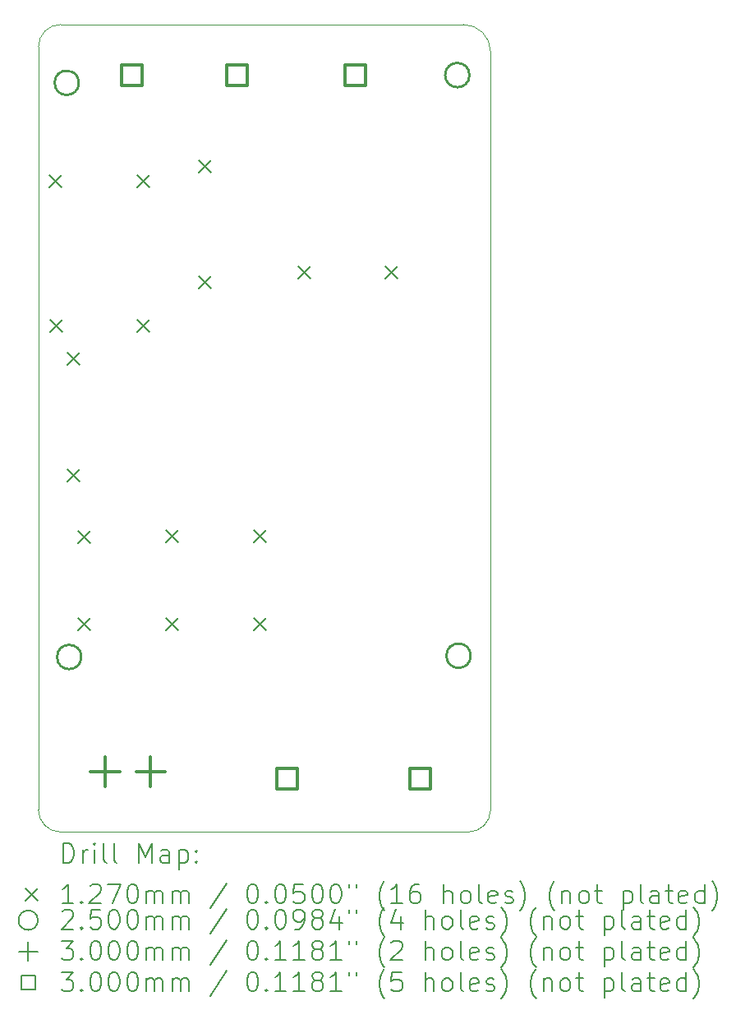
<source format=gbr>
%TF.GenerationSoftware,KiCad,Pcbnew,7.0.7*%
%TF.CreationDate,2024-05-10T07:30:10-05:00*%
%TF.ProjectId,WaterBlasterV2,57617465-7242-46c6-9173-74657256322e,rev?*%
%TF.SameCoordinates,Original*%
%TF.FileFunction,Drillmap*%
%TF.FilePolarity,Positive*%
%FSLAX45Y45*%
G04 Gerber Fmt 4.5, Leading zero omitted, Abs format (unit mm)*
G04 Created by KiCad (PCBNEW 7.0.7) date 2024-05-10 07:30:10*
%MOMM*%
%LPD*%
G01*
G04 APERTURE LIST*
%ADD10C,0.100000*%
%ADD11C,0.200000*%
%ADD12C,0.127000*%
%ADD13C,0.250000*%
%ADD14C,0.299999*%
%ADD15C,0.300000*%
G04 APERTURE END LIST*
D10*
X9639300Y-13601700D02*
X9639300Y-5740400D01*
X14071600Y-13830300D02*
X9867900Y-13830300D01*
X14300200Y-5791200D02*
X14300200Y-13601700D01*
X9867900Y-5511800D02*
X14020800Y-5511800D01*
X14300200Y-5791200D02*
G75*
G03*
X14020800Y-5511800I-279400J0D01*
G01*
X9867900Y-5511800D02*
G75*
G03*
X9639300Y-5740400I0J-228600D01*
G01*
X9639300Y-13601700D02*
G75*
G03*
X9867900Y-13830300I228600J0D01*
G01*
X14071600Y-13830300D02*
G75*
G03*
X14300200Y-13601700I0J228600D01*
G01*
D11*
D12*
X9755300Y-7061200D02*
X9882300Y-7188200D01*
X9882300Y-7061200D02*
X9755300Y-7188200D01*
X9758400Y-8552600D02*
X9885400Y-8679600D01*
X9885400Y-8552600D02*
X9758400Y-8679600D01*
X9938600Y-8891700D02*
X10065600Y-9018700D01*
X10065600Y-8891700D02*
X9938600Y-9018700D01*
X9938600Y-10091700D02*
X10065600Y-10218700D01*
X10065600Y-10091700D02*
X9938600Y-10218700D01*
X10046800Y-10726000D02*
X10173800Y-10853000D01*
X10173800Y-10726000D02*
X10046800Y-10853000D01*
X10046800Y-11626000D02*
X10173800Y-11753000D01*
X10173800Y-11626000D02*
X10046800Y-11753000D01*
X10655300Y-7061200D02*
X10782300Y-7188200D01*
X10782300Y-7061200D02*
X10655300Y-7188200D01*
X10658400Y-8552600D02*
X10785400Y-8679600D01*
X10785400Y-8552600D02*
X10658400Y-8679600D01*
X10954600Y-10723600D02*
X11081600Y-10850600D01*
X11081600Y-10723600D02*
X10954600Y-10850600D01*
X10954600Y-11623600D02*
X11081600Y-11750600D01*
X11081600Y-11623600D02*
X10954600Y-11750600D01*
X11291400Y-6905700D02*
X11418400Y-7032700D01*
X11418400Y-6905700D02*
X11291400Y-7032700D01*
X11291400Y-8105700D02*
X11418400Y-8232700D01*
X11418400Y-8105700D02*
X11291400Y-8232700D01*
X11856300Y-10723600D02*
X11983300Y-10850600D01*
X11983300Y-10723600D02*
X11856300Y-10850600D01*
X11856300Y-11623600D02*
X11983300Y-11750600D01*
X11983300Y-11623600D02*
X11856300Y-11750600D01*
X12313500Y-7999900D02*
X12440500Y-8126900D01*
X12440500Y-7999900D02*
X12313500Y-8126900D01*
X13213500Y-7999900D02*
X13340500Y-8126900D01*
X13340500Y-7999900D02*
X13213500Y-8126900D01*
D13*
X10056400Y-6111800D02*
G75*
G03*
X10056400Y-6111800I-125000J0D01*
G01*
X10081800Y-12026900D02*
G75*
G03*
X10081800Y-12026900I-125000J0D01*
G01*
X14082300Y-6032500D02*
G75*
G03*
X14082300Y-6032500I-125000J0D01*
G01*
X14095000Y-12014200D02*
G75*
G03*
X14095000Y-12014200I-125000J0D01*
G01*
D14*
X10326900Y-13058200D02*
X10326900Y-13358200D01*
X10176901Y-13208200D02*
X10476900Y-13208200D01*
X10796899Y-13058200D02*
X10796899Y-13358200D01*
X10646900Y-13208200D02*
X10946899Y-13208200D01*
D15*
X10710567Y-6141667D02*
X10710567Y-5929533D01*
X10498433Y-5929533D01*
X10498433Y-6141667D01*
X10710567Y-6141667D01*
X11790067Y-6141667D02*
X11790067Y-5929533D01*
X11577933Y-5929533D01*
X11577933Y-6141667D01*
X11790067Y-6141667D01*
X12310767Y-13387167D02*
X12310767Y-13175033D01*
X12098633Y-13175033D01*
X12098633Y-13387167D01*
X12310767Y-13387167D01*
X13009267Y-6141667D02*
X13009267Y-5929533D01*
X12797133Y-5929533D01*
X12797133Y-6141667D01*
X13009267Y-6141667D01*
X13682367Y-13390267D02*
X13682367Y-13178133D01*
X13470233Y-13178133D01*
X13470233Y-13390267D01*
X13682367Y-13390267D01*
D11*
X9895077Y-14146784D02*
X9895077Y-13946784D01*
X9895077Y-13946784D02*
X9942696Y-13946784D01*
X9942696Y-13946784D02*
X9971267Y-13956308D01*
X9971267Y-13956308D02*
X9990315Y-13975355D01*
X9990315Y-13975355D02*
X9999839Y-13994403D01*
X9999839Y-13994403D02*
X10009363Y-14032498D01*
X10009363Y-14032498D02*
X10009363Y-14061069D01*
X10009363Y-14061069D02*
X9999839Y-14099165D01*
X9999839Y-14099165D02*
X9990315Y-14118212D01*
X9990315Y-14118212D02*
X9971267Y-14137260D01*
X9971267Y-14137260D02*
X9942696Y-14146784D01*
X9942696Y-14146784D02*
X9895077Y-14146784D01*
X10095077Y-14146784D02*
X10095077Y-14013450D01*
X10095077Y-14051546D02*
X10104601Y-14032498D01*
X10104601Y-14032498D02*
X10114124Y-14022974D01*
X10114124Y-14022974D02*
X10133172Y-14013450D01*
X10133172Y-14013450D02*
X10152220Y-14013450D01*
X10218886Y-14146784D02*
X10218886Y-14013450D01*
X10218886Y-13946784D02*
X10209363Y-13956308D01*
X10209363Y-13956308D02*
X10218886Y-13965831D01*
X10218886Y-13965831D02*
X10228410Y-13956308D01*
X10228410Y-13956308D02*
X10218886Y-13946784D01*
X10218886Y-13946784D02*
X10218886Y-13965831D01*
X10342696Y-14146784D02*
X10323648Y-14137260D01*
X10323648Y-14137260D02*
X10314124Y-14118212D01*
X10314124Y-14118212D02*
X10314124Y-13946784D01*
X10447458Y-14146784D02*
X10428410Y-14137260D01*
X10428410Y-14137260D02*
X10418886Y-14118212D01*
X10418886Y-14118212D02*
X10418886Y-13946784D01*
X10676029Y-14146784D02*
X10676029Y-13946784D01*
X10676029Y-13946784D02*
X10742696Y-14089641D01*
X10742696Y-14089641D02*
X10809363Y-13946784D01*
X10809363Y-13946784D02*
X10809363Y-14146784D01*
X10990315Y-14146784D02*
X10990315Y-14042022D01*
X10990315Y-14042022D02*
X10980791Y-14022974D01*
X10980791Y-14022974D02*
X10961744Y-14013450D01*
X10961744Y-14013450D02*
X10923648Y-14013450D01*
X10923648Y-14013450D02*
X10904601Y-14022974D01*
X10990315Y-14137260D02*
X10971267Y-14146784D01*
X10971267Y-14146784D02*
X10923648Y-14146784D01*
X10923648Y-14146784D02*
X10904601Y-14137260D01*
X10904601Y-14137260D02*
X10895077Y-14118212D01*
X10895077Y-14118212D02*
X10895077Y-14099165D01*
X10895077Y-14099165D02*
X10904601Y-14080117D01*
X10904601Y-14080117D02*
X10923648Y-14070593D01*
X10923648Y-14070593D02*
X10971267Y-14070593D01*
X10971267Y-14070593D02*
X10990315Y-14061069D01*
X11085553Y-14013450D02*
X11085553Y-14213450D01*
X11085553Y-14022974D02*
X11104601Y-14013450D01*
X11104601Y-14013450D02*
X11142696Y-14013450D01*
X11142696Y-14013450D02*
X11161744Y-14022974D01*
X11161744Y-14022974D02*
X11171267Y-14032498D01*
X11171267Y-14032498D02*
X11180791Y-14051546D01*
X11180791Y-14051546D02*
X11180791Y-14108688D01*
X11180791Y-14108688D02*
X11171267Y-14127736D01*
X11171267Y-14127736D02*
X11161744Y-14137260D01*
X11161744Y-14137260D02*
X11142696Y-14146784D01*
X11142696Y-14146784D02*
X11104601Y-14146784D01*
X11104601Y-14146784D02*
X11085553Y-14137260D01*
X11266505Y-14127736D02*
X11276029Y-14137260D01*
X11276029Y-14137260D02*
X11266505Y-14146784D01*
X11266505Y-14146784D02*
X11256982Y-14137260D01*
X11256982Y-14137260D02*
X11266505Y-14127736D01*
X11266505Y-14127736D02*
X11266505Y-14146784D01*
X11266505Y-14022974D02*
X11276029Y-14032498D01*
X11276029Y-14032498D02*
X11266505Y-14042022D01*
X11266505Y-14042022D02*
X11256982Y-14032498D01*
X11256982Y-14032498D02*
X11266505Y-14022974D01*
X11266505Y-14022974D02*
X11266505Y-14042022D01*
D12*
X9507300Y-14411800D02*
X9634300Y-14538800D01*
X9634300Y-14411800D02*
X9507300Y-14538800D01*
D11*
X9999839Y-14566784D02*
X9885553Y-14566784D01*
X9942696Y-14566784D02*
X9942696Y-14366784D01*
X9942696Y-14366784D02*
X9923648Y-14395355D01*
X9923648Y-14395355D02*
X9904601Y-14414403D01*
X9904601Y-14414403D02*
X9885553Y-14423927D01*
X10085553Y-14547736D02*
X10095077Y-14557260D01*
X10095077Y-14557260D02*
X10085553Y-14566784D01*
X10085553Y-14566784D02*
X10076029Y-14557260D01*
X10076029Y-14557260D02*
X10085553Y-14547736D01*
X10085553Y-14547736D02*
X10085553Y-14566784D01*
X10171267Y-14385831D02*
X10180791Y-14376308D01*
X10180791Y-14376308D02*
X10199839Y-14366784D01*
X10199839Y-14366784D02*
X10247458Y-14366784D01*
X10247458Y-14366784D02*
X10266505Y-14376308D01*
X10266505Y-14376308D02*
X10276029Y-14385831D01*
X10276029Y-14385831D02*
X10285553Y-14404879D01*
X10285553Y-14404879D02*
X10285553Y-14423927D01*
X10285553Y-14423927D02*
X10276029Y-14452498D01*
X10276029Y-14452498D02*
X10161744Y-14566784D01*
X10161744Y-14566784D02*
X10285553Y-14566784D01*
X10352220Y-14366784D02*
X10485553Y-14366784D01*
X10485553Y-14366784D02*
X10399839Y-14566784D01*
X10599839Y-14366784D02*
X10618886Y-14366784D01*
X10618886Y-14366784D02*
X10637934Y-14376308D01*
X10637934Y-14376308D02*
X10647458Y-14385831D01*
X10647458Y-14385831D02*
X10656982Y-14404879D01*
X10656982Y-14404879D02*
X10666505Y-14442974D01*
X10666505Y-14442974D02*
X10666505Y-14490593D01*
X10666505Y-14490593D02*
X10656982Y-14528688D01*
X10656982Y-14528688D02*
X10647458Y-14547736D01*
X10647458Y-14547736D02*
X10637934Y-14557260D01*
X10637934Y-14557260D02*
X10618886Y-14566784D01*
X10618886Y-14566784D02*
X10599839Y-14566784D01*
X10599839Y-14566784D02*
X10580791Y-14557260D01*
X10580791Y-14557260D02*
X10571267Y-14547736D01*
X10571267Y-14547736D02*
X10561744Y-14528688D01*
X10561744Y-14528688D02*
X10552220Y-14490593D01*
X10552220Y-14490593D02*
X10552220Y-14442974D01*
X10552220Y-14442974D02*
X10561744Y-14404879D01*
X10561744Y-14404879D02*
X10571267Y-14385831D01*
X10571267Y-14385831D02*
X10580791Y-14376308D01*
X10580791Y-14376308D02*
X10599839Y-14366784D01*
X10752220Y-14566784D02*
X10752220Y-14433450D01*
X10752220Y-14452498D02*
X10761744Y-14442974D01*
X10761744Y-14442974D02*
X10780791Y-14433450D01*
X10780791Y-14433450D02*
X10809363Y-14433450D01*
X10809363Y-14433450D02*
X10828410Y-14442974D01*
X10828410Y-14442974D02*
X10837934Y-14462022D01*
X10837934Y-14462022D02*
X10837934Y-14566784D01*
X10837934Y-14462022D02*
X10847458Y-14442974D01*
X10847458Y-14442974D02*
X10866505Y-14433450D01*
X10866505Y-14433450D02*
X10895077Y-14433450D01*
X10895077Y-14433450D02*
X10914125Y-14442974D01*
X10914125Y-14442974D02*
X10923648Y-14462022D01*
X10923648Y-14462022D02*
X10923648Y-14566784D01*
X11018886Y-14566784D02*
X11018886Y-14433450D01*
X11018886Y-14452498D02*
X11028410Y-14442974D01*
X11028410Y-14442974D02*
X11047458Y-14433450D01*
X11047458Y-14433450D02*
X11076029Y-14433450D01*
X11076029Y-14433450D02*
X11095077Y-14442974D01*
X11095077Y-14442974D02*
X11104601Y-14462022D01*
X11104601Y-14462022D02*
X11104601Y-14566784D01*
X11104601Y-14462022D02*
X11114125Y-14442974D01*
X11114125Y-14442974D02*
X11133172Y-14433450D01*
X11133172Y-14433450D02*
X11161744Y-14433450D01*
X11161744Y-14433450D02*
X11180791Y-14442974D01*
X11180791Y-14442974D02*
X11190315Y-14462022D01*
X11190315Y-14462022D02*
X11190315Y-14566784D01*
X11580791Y-14357260D02*
X11409363Y-14614403D01*
X11837934Y-14366784D02*
X11856982Y-14366784D01*
X11856982Y-14366784D02*
X11876029Y-14376308D01*
X11876029Y-14376308D02*
X11885553Y-14385831D01*
X11885553Y-14385831D02*
X11895077Y-14404879D01*
X11895077Y-14404879D02*
X11904601Y-14442974D01*
X11904601Y-14442974D02*
X11904601Y-14490593D01*
X11904601Y-14490593D02*
X11895077Y-14528688D01*
X11895077Y-14528688D02*
X11885553Y-14547736D01*
X11885553Y-14547736D02*
X11876029Y-14557260D01*
X11876029Y-14557260D02*
X11856982Y-14566784D01*
X11856982Y-14566784D02*
X11837934Y-14566784D01*
X11837934Y-14566784D02*
X11818886Y-14557260D01*
X11818886Y-14557260D02*
X11809363Y-14547736D01*
X11809363Y-14547736D02*
X11799839Y-14528688D01*
X11799839Y-14528688D02*
X11790315Y-14490593D01*
X11790315Y-14490593D02*
X11790315Y-14442974D01*
X11790315Y-14442974D02*
X11799839Y-14404879D01*
X11799839Y-14404879D02*
X11809363Y-14385831D01*
X11809363Y-14385831D02*
X11818886Y-14376308D01*
X11818886Y-14376308D02*
X11837934Y-14366784D01*
X11990315Y-14547736D02*
X11999839Y-14557260D01*
X11999839Y-14557260D02*
X11990315Y-14566784D01*
X11990315Y-14566784D02*
X11980791Y-14557260D01*
X11980791Y-14557260D02*
X11990315Y-14547736D01*
X11990315Y-14547736D02*
X11990315Y-14566784D01*
X12123648Y-14366784D02*
X12142696Y-14366784D01*
X12142696Y-14366784D02*
X12161744Y-14376308D01*
X12161744Y-14376308D02*
X12171267Y-14385831D01*
X12171267Y-14385831D02*
X12180791Y-14404879D01*
X12180791Y-14404879D02*
X12190315Y-14442974D01*
X12190315Y-14442974D02*
X12190315Y-14490593D01*
X12190315Y-14490593D02*
X12180791Y-14528688D01*
X12180791Y-14528688D02*
X12171267Y-14547736D01*
X12171267Y-14547736D02*
X12161744Y-14557260D01*
X12161744Y-14557260D02*
X12142696Y-14566784D01*
X12142696Y-14566784D02*
X12123648Y-14566784D01*
X12123648Y-14566784D02*
X12104601Y-14557260D01*
X12104601Y-14557260D02*
X12095077Y-14547736D01*
X12095077Y-14547736D02*
X12085553Y-14528688D01*
X12085553Y-14528688D02*
X12076029Y-14490593D01*
X12076029Y-14490593D02*
X12076029Y-14442974D01*
X12076029Y-14442974D02*
X12085553Y-14404879D01*
X12085553Y-14404879D02*
X12095077Y-14385831D01*
X12095077Y-14385831D02*
X12104601Y-14376308D01*
X12104601Y-14376308D02*
X12123648Y-14366784D01*
X12371267Y-14366784D02*
X12276029Y-14366784D01*
X12276029Y-14366784D02*
X12266506Y-14462022D01*
X12266506Y-14462022D02*
X12276029Y-14452498D01*
X12276029Y-14452498D02*
X12295077Y-14442974D01*
X12295077Y-14442974D02*
X12342696Y-14442974D01*
X12342696Y-14442974D02*
X12361744Y-14452498D01*
X12361744Y-14452498D02*
X12371267Y-14462022D01*
X12371267Y-14462022D02*
X12380791Y-14481069D01*
X12380791Y-14481069D02*
X12380791Y-14528688D01*
X12380791Y-14528688D02*
X12371267Y-14547736D01*
X12371267Y-14547736D02*
X12361744Y-14557260D01*
X12361744Y-14557260D02*
X12342696Y-14566784D01*
X12342696Y-14566784D02*
X12295077Y-14566784D01*
X12295077Y-14566784D02*
X12276029Y-14557260D01*
X12276029Y-14557260D02*
X12266506Y-14547736D01*
X12504601Y-14366784D02*
X12523648Y-14366784D01*
X12523648Y-14366784D02*
X12542696Y-14376308D01*
X12542696Y-14376308D02*
X12552220Y-14385831D01*
X12552220Y-14385831D02*
X12561744Y-14404879D01*
X12561744Y-14404879D02*
X12571267Y-14442974D01*
X12571267Y-14442974D02*
X12571267Y-14490593D01*
X12571267Y-14490593D02*
X12561744Y-14528688D01*
X12561744Y-14528688D02*
X12552220Y-14547736D01*
X12552220Y-14547736D02*
X12542696Y-14557260D01*
X12542696Y-14557260D02*
X12523648Y-14566784D01*
X12523648Y-14566784D02*
X12504601Y-14566784D01*
X12504601Y-14566784D02*
X12485553Y-14557260D01*
X12485553Y-14557260D02*
X12476029Y-14547736D01*
X12476029Y-14547736D02*
X12466506Y-14528688D01*
X12466506Y-14528688D02*
X12456982Y-14490593D01*
X12456982Y-14490593D02*
X12456982Y-14442974D01*
X12456982Y-14442974D02*
X12466506Y-14404879D01*
X12466506Y-14404879D02*
X12476029Y-14385831D01*
X12476029Y-14385831D02*
X12485553Y-14376308D01*
X12485553Y-14376308D02*
X12504601Y-14366784D01*
X12695077Y-14366784D02*
X12714125Y-14366784D01*
X12714125Y-14366784D02*
X12733172Y-14376308D01*
X12733172Y-14376308D02*
X12742696Y-14385831D01*
X12742696Y-14385831D02*
X12752220Y-14404879D01*
X12752220Y-14404879D02*
X12761744Y-14442974D01*
X12761744Y-14442974D02*
X12761744Y-14490593D01*
X12761744Y-14490593D02*
X12752220Y-14528688D01*
X12752220Y-14528688D02*
X12742696Y-14547736D01*
X12742696Y-14547736D02*
X12733172Y-14557260D01*
X12733172Y-14557260D02*
X12714125Y-14566784D01*
X12714125Y-14566784D02*
X12695077Y-14566784D01*
X12695077Y-14566784D02*
X12676029Y-14557260D01*
X12676029Y-14557260D02*
X12666506Y-14547736D01*
X12666506Y-14547736D02*
X12656982Y-14528688D01*
X12656982Y-14528688D02*
X12647458Y-14490593D01*
X12647458Y-14490593D02*
X12647458Y-14442974D01*
X12647458Y-14442974D02*
X12656982Y-14404879D01*
X12656982Y-14404879D02*
X12666506Y-14385831D01*
X12666506Y-14385831D02*
X12676029Y-14376308D01*
X12676029Y-14376308D02*
X12695077Y-14366784D01*
X12837934Y-14366784D02*
X12837934Y-14404879D01*
X12914125Y-14366784D02*
X12914125Y-14404879D01*
X13209363Y-14642974D02*
X13199839Y-14633450D01*
X13199839Y-14633450D02*
X13180791Y-14604879D01*
X13180791Y-14604879D02*
X13171268Y-14585831D01*
X13171268Y-14585831D02*
X13161744Y-14557260D01*
X13161744Y-14557260D02*
X13152220Y-14509641D01*
X13152220Y-14509641D02*
X13152220Y-14471546D01*
X13152220Y-14471546D02*
X13161744Y-14423927D01*
X13161744Y-14423927D02*
X13171268Y-14395355D01*
X13171268Y-14395355D02*
X13180791Y-14376308D01*
X13180791Y-14376308D02*
X13199839Y-14347736D01*
X13199839Y-14347736D02*
X13209363Y-14338212D01*
X13390315Y-14566784D02*
X13276029Y-14566784D01*
X13333172Y-14566784D02*
X13333172Y-14366784D01*
X13333172Y-14366784D02*
X13314125Y-14395355D01*
X13314125Y-14395355D02*
X13295077Y-14414403D01*
X13295077Y-14414403D02*
X13276029Y-14423927D01*
X13561744Y-14366784D02*
X13523648Y-14366784D01*
X13523648Y-14366784D02*
X13504601Y-14376308D01*
X13504601Y-14376308D02*
X13495077Y-14385831D01*
X13495077Y-14385831D02*
X13476029Y-14414403D01*
X13476029Y-14414403D02*
X13466506Y-14452498D01*
X13466506Y-14452498D02*
X13466506Y-14528688D01*
X13466506Y-14528688D02*
X13476029Y-14547736D01*
X13476029Y-14547736D02*
X13485553Y-14557260D01*
X13485553Y-14557260D02*
X13504601Y-14566784D01*
X13504601Y-14566784D02*
X13542696Y-14566784D01*
X13542696Y-14566784D02*
X13561744Y-14557260D01*
X13561744Y-14557260D02*
X13571268Y-14547736D01*
X13571268Y-14547736D02*
X13580791Y-14528688D01*
X13580791Y-14528688D02*
X13580791Y-14481069D01*
X13580791Y-14481069D02*
X13571268Y-14462022D01*
X13571268Y-14462022D02*
X13561744Y-14452498D01*
X13561744Y-14452498D02*
X13542696Y-14442974D01*
X13542696Y-14442974D02*
X13504601Y-14442974D01*
X13504601Y-14442974D02*
X13485553Y-14452498D01*
X13485553Y-14452498D02*
X13476029Y-14462022D01*
X13476029Y-14462022D02*
X13466506Y-14481069D01*
X13818887Y-14566784D02*
X13818887Y-14366784D01*
X13904601Y-14566784D02*
X13904601Y-14462022D01*
X13904601Y-14462022D02*
X13895077Y-14442974D01*
X13895077Y-14442974D02*
X13876030Y-14433450D01*
X13876030Y-14433450D02*
X13847458Y-14433450D01*
X13847458Y-14433450D02*
X13828410Y-14442974D01*
X13828410Y-14442974D02*
X13818887Y-14452498D01*
X14028410Y-14566784D02*
X14009363Y-14557260D01*
X14009363Y-14557260D02*
X13999839Y-14547736D01*
X13999839Y-14547736D02*
X13990315Y-14528688D01*
X13990315Y-14528688D02*
X13990315Y-14471546D01*
X13990315Y-14471546D02*
X13999839Y-14452498D01*
X13999839Y-14452498D02*
X14009363Y-14442974D01*
X14009363Y-14442974D02*
X14028410Y-14433450D01*
X14028410Y-14433450D02*
X14056982Y-14433450D01*
X14056982Y-14433450D02*
X14076030Y-14442974D01*
X14076030Y-14442974D02*
X14085553Y-14452498D01*
X14085553Y-14452498D02*
X14095077Y-14471546D01*
X14095077Y-14471546D02*
X14095077Y-14528688D01*
X14095077Y-14528688D02*
X14085553Y-14547736D01*
X14085553Y-14547736D02*
X14076030Y-14557260D01*
X14076030Y-14557260D02*
X14056982Y-14566784D01*
X14056982Y-14566784D02*
X14028410Y-14566784D01*
X14209363Y-14566784D02*
X14190315Y-14557260D01*
X14190315Y-14557260D02*
X14180791Y-14538212D01*
X14180791Y-14538212D02*
X14180791Y-14366784D01*
X14361744Y-14557260D02*
X14342696Y-14566784D01*
X14342696Y-14566784D02*
X14304601Y-14566784D01*
X14304601Y-14566784D02*
X14285553Y-14557260D01*
X14285553Y-14557260D02*
X14276030Y-14538212D01*
X14276030Y-14538212D02*
X14276030Y-14462022D01*
X14276030Y-14462022D02*
X14285553Y-14442974D01*
X14285553Y-14442974D02*
X14304601Y-14433450D01*
X14304601Y-14433450D02*
X14342696Y-14433450D01*
X14342696Y-14433450D02*
X14361744Y-14442974D01*
X14361744Y-14442974D02*
X14371268Y-14462022D01*
X14371268Y-14462022D02*
X14371268Y-14481069D01*
X14371268Y-14481069D02*
X14276030Y-14500117D01*
X14447458Y-14557260D02*
X14466506Y-14566784D01*
X14466506Y-14566784D02*
X14504601Y-14566784D01*
X14504601Y-14566784D02*
X14523649Y-14557260D01*
X14523649Y-14557260D02*
X14533172Y-14538212D01*
X14533172Y-14538212D02*
X14533172Y-14528688D01*
X14533172Y-14528688D02*
X14523649Y-14509641D01*
X14523649Y-14509641D02*
X14504601Y-14500117D01*
X14504601Y-14500117D02*
X14476030Y-14500117D01*
X14476030Y-14500117D02*
X14456982Y-14490593D01*
X14456982Y-14490593D02*
X14447458Y-14471546D01*
X14447458Y-14471546D02*
X14447458Y-14462022D01*
X14447458Y-14462022D02*
X14456982Y-14442974D01*
X14456982Y-14442974D02*
X14476030Y-14433450D01*
X14476030Y-14433450D02*
X14504601Y-14433450D01*
X14504601Y-14433450D02*
X14523649Y-14442974D01*
X14599839Y-14642974D02*
X14609363Y-14633450D01*
X14609363Y-14633450D02*
X14628411Y-14604879D01*
X14628411Y-14604879D02*
X14637934Y-14585831D01*
X14637934Y-14585831D02*
X14647458Y-14557260D01*
X14647458Y-14557260D02*
X14656982Y-14509641D01*
X14656982Y-14509641D02*
X14656982Y-14471546D01*
X14656982Y-14471546D02*
X14647458Y-14423927D01*
X14647458Y-14423927D02*
X14637934Y-14395355D01*
X14637934Y-14395355D02*
X14628411Y-14376308D01*
X14628411Y-14376308D02*
X14609363Y-14347736D01*
X14609363Y-14347736D02*
X14599839Y-14338212D01*
X14961744Y-14642974D02*
X14952220Y-14633450D01*
X14952220Y-14633450D02*
X14933172Y-14604879D01*
X14933172Y-14604879D02*
X14923649Y-14585831D01*
X14923649Y-14585831D02*
X14914125Y-14557260D01*
X14914125Y-14557260D02*
X14904601Y-14509641D01*
X14904601Y-14509641D02*
X14904601Y-14471546D01*
X14904601Y-14471546D02*
X14914125Y-14423927D01*
X14914125Y-14423927D02*
X14923649Y-14395355D01*
X14923649Y-14395355D02*
X14933172Y-14376308D01*
X14933172Y-14376308D02*
X14952220Y-14347736D01*
X14952220Y-14347736D02*
X14961744Y-14338212D01*
X15037934Y-14433450D02*
X15037934Y-14566784D01*
X15037934Y-14452498D02*
X15047458Y-14442974D01*
X15047458Y-14442974D02*
X15066506Y-14433450D01*
X15066506Y-14433450D02*
X15095077Y-14433450D01*
X15095077Y-14433450D02*
X15114125Y-14442974D01*
X15114125Y-14442974D02*
X15123649Y-14462022D01*
X15123649Y-14462022D02*
X15123649Y-14566784D01*
X15247458Y-14566784D02*
X15228411Y-14557260D01*
X15228411Y-14557260D02*
X15218887Y-14547736D01*
X15218887Y-14547736D02*
X15209363Y-14528688D01*
X15209363Y-14528688D02*
X15209363Y-14471546D01*
X15209363Y-14471546D02*
X15218887Y-14452498D01*
X15218887Y-14452498D02*
X15228411Y-14442974D01*
X15228411Y-14442974D02*
X15247458Y-14433450D01*
X15247458Y-14433450D02*
X15276030Y-14433450D01*
X15276030Y-14433450D02*
X15295077Y-14442974D01*
X15295077Y-14442974D02*
X15304601Y-14452498D01*
X15304601Y-14452498D02*
X15314125Y-14471546D01*
X15314125Y-14471546D02*
X15314125Y-14528688D01*
X15314125Y-14528688D02*
X15304601Y-14547736D01*
X15304601Y-14547736D02*
X15295077Y-14557260D01*
X15295077Y-14557260D02*
X15276030Y-14566784D01*
X15276030Y-14566784D02*
X15247458Y-14566784D01*
X15371268Y-14433450D02*
X15447458Y-14433450D01*
X15399839Y-14366784D02*
X15399839Y-14538212D01*
X15399839Y-14538212D02*
X15409363Y-14557260D01*
X15409363Y-14557260D02*
X15428411Y-14566784D01*
X15428411Y-14566784D02*
X15447458Y-14566784D01*
X15666506Y-14433450D02*
X15666506Y-14633450D01*
X15666506Y-14442974D02*
X15685553Y-14433450D01*
X15685553Y-14433450D02*
X15723649Y-14433450D01*
X15723649Y-14433450D02*
X15742696Y-14442974D01*
X15742696Y-14442974D02*
X15752220Y-14452498D01*
X15752220Y-14452498D02*
X15761744Y-14471546D01*
X15761744Y-14471546D02*
X15761744Y-14528688D01*
X15761744Y-14528688D02*
X15752220Y-14547736D01*
X15752220Y-14547736D02*
X15742696Y-14557260D01*
X15742696Y-14557260D02*
X15723649Y-14566784D01*
X15723649Y-14566784D02*
X15685553Y-14566784D01*
X15685553Y-14566784D02*
X15666506Y-14557260D01*
X15876030Y-14566784D02*
X15856982Y-14557260D01*
X15856982Y-14557260D02*
X15847458Y-14538212D01*
X15847458Y-14538212D02*
X15847458Y-14366784D01*
X16037934Y-14566784D02*
X16037934Y-14462022D01*
X16037934Y-14462022D02*
X16028411Y-14442974D01*
X16028411Y-14442974D02*
X16009363Y-14433450D01*
X16009363Y-14433450D02*
X15971268Y-14433450D01*
X15971268Y-14433450D02*
X15952220Y-14442974D01*
X16037934Y-14557260D02*
X16018887Y-14566784D01*
X16018887Y-14566784D02*
X15971268Y-14566784D01*
X15971268Y-14566784D02*
X15952220Y-14557260D01*
X15952220Y-14557260D02*
X15942696Y-14538212D01*
X15942696Y-14538212D02*
X15942696Y-14519165D01*
X15942696Y-14519165D02*
X15952220Y-14500117D01*
X15952220Y-14500117D02*
X15971268Y-14490593D01*
X15971268Y-14490593D02*
X16018887Y-14490593D01*
X16018887Y-14490593D02*
X16037934Y-14481069D01*
X16104601Y-14433450D02*
X16180792Y-14433450D01*
X16133173Y-14366784D02*
X16133173Y-14538212D01*
X16133173Y-14538212D02*
X16142696Y-14557260D01*
X16142696Y-14557260D02*
X16161744Y-14566784D01*
X16161744Y-14566784D02*
X16180792Y-14566784D01*
X16323649Y-14557260D02*
X16304601Y-14566784D01*
X16304601Y-14566784D02*
X16266506Y-14566784D01*
X16266506Y-14566784D02*
X16247458Y-14557260D01*
X16247458Y-14557260D02*
X16237934Y-14538212D01*
X16237934Y-14538212D02*
X16237934Y-14462022D01*
X16237934Y-14462022D02*
X16247458Y-14442974D01*
X16247458Y-14442974D02*
X16266506Y-14433450D01*
X16266506Y-14433450D02*
X16304601Y-14433450D01*
X16304601Y-14433450D02*
X16323649Y-14442974D01*
X16323649Y-14442974D02*
X16333173Y-14462022D01*
X16333173Y-14462022D02*
X16333173Y-14481069D01*
X16333173Y-14481069D02*
X16237934Y-14500117D01*
X16504601Y-14566784D02*
X16504601Y-14366784D01*
X16504601Y-14557260D02*
X16485554Y-14566784D01*
X16485554Y-14566784D02*
X16447458Y-14566784D01*
X16447458Y-14566784D02*
X16428411Y-14557260D01*
X16428411Y-14557260D02*
X16418887Y-14547736D01*
X16418887Y-14547736D02*
X16409363Y-14528688D01*
X16409363Y-14528688D02*
X16409363Y-14471546D01*
X16409363Y-14471546D02*
X16418887Y-14452498D01*
X16418887Y-14452498D02*
X16428411Y-14442974D01*
X16428411Y-14442974D02*
X16447458Y-14433450D01*
X16447458Y-14433450D02*
X16485554Y-14433450D01*
X16485554Y-14433450D02*
X16504601Y-14442974D01*
X16580792Y-14642974D02*
X16590315Y-14633450D01*
X16590315Y-14633450D02*
X16609363Y-14604879D01*
X16609363Y-14604879D02*
X16618887Y-14585831D01*
X16618887Y-14585831D02*
X16628411Y-14557260D01*
X16628411Y-14557260D02*
X16637934Y-14509641D01*
X16637934Y-14509641D02*
X16637934Y-14471546D01*
X16637934Y-14471546D02*
X16628411Y-14423927D01*
X16628411Y-14423927D02*
X16618887Y-14395355D01*
X16618887Y-14395355D02*
X16609363Y-14376308D01*
X16609363Y-14376308D02*
X16590315Y-14347736D01*
X16590315Y-14347736D02*
X16580792Y-14338212D01*
X9634300Y-14739300D02*
G75*
G03*
X9634300Y-14739300I-100000J0D01*
G01*
X9885553Y-14649831D02*
X9895077Y-14640308D01*
X9895077Y-14640308D02*
X9914124Y-14630784D01*
X9914124Y-14630784D02*
X9961744Y-14630784D01*
X9961744Y-14630784D02*
X9980791Y-14640308D01*
X9980791Y-14640308D02*
X9990315Y-14649831D01*
X9990315Y-14649831D02*
X9999839Y-14668879D01*
X9999839Y-14668879D02*
X9999839Y-14687927D01*
X9999839Y-14687927D02*
X9990315Y-14716498D01*
X9990315Y-14716498D02*
X9876029Y-14830784D01*
X9876029Y-14830784D02*
X9999839Y-14830784D01*
X10085553Y-14811736D02*
X10095077Y-14821260D01*
X10095077Y-14821260D02*
X10085553Y-14830784D01*
X10085553Y-14830784D02*
X10076029Y-14821260D01*
X10076029Y-14821260D02*
X10085553Y-14811736D01*
X10085553Y-14811736D02*
X10085553Y-14830784D01*
X10276029Y-14630784D02*
X10180791Y-14630784D01*
X10180791Y-14630784D02*
X10171267Y-14726022D01*
X10171267Y-14726022D02*
X10180791Y-14716498D01*
X10180791Y-14716498D02*
X10199839Y-14706974D01*
X10199839Y-14706974D02*
X10247458Y-14706974D01*
X10247458Y-14706974D02*
X10266505Y-14716498D01*
X10266505Y-14716498D02*
X10276029Y-14726022D01*
X10276029Y-14726022D02*
X10285553Y-14745069D01*
X10285553Y-14745069D02*
X10285553Y-14792688D01*
X10285553Y-14792688D02*
X10276029Y-14811736D01*
X10276029Y-14811736D02*
X10266505Y-14821260D01*
X10266505Y-14821260D02*
X10247458Y-14830784D01*
X10247458Y-14830784D02*
X10199839Y-14830784D01*
X10199839Y-14830784D02*
X10180791Y-14821260D01*
X10180791Y-14821260D02*
X10171267Y-14811736D01*
X10409363Y-14630784D02*
X10428410Y-14630784D01*
X10428410Y-14630784D02*
X10447458Y-14640308D01*
X10447458Y-14640308D02*
X10456982Y-14649831D01*
X10456982Y-14649831D02*
X10466505Y-14668879D01*
X10466505Y-14668879D02*
X10476029Y-14706974D01*
X10476029Y-14706974D02*
X10476029Y-14754593D01*
X10476029Y-14754593D02*
X10466505Y-14792688D01*
X10466505Y-14792688D02*
X10456982Y-14811736D01*
X10456982Y-14811736D02*
X10447458Y-14821260D01*
X10447458Y-14821260D02*
X10428410Y-14830784D01*
X10428410Y-14830784D02*
X10409363Y-14830784D01*
X10409363Y-14830784D02*
X10390315Y-14821260D01*
X10390315Y-14821260D02*
X10380791Y-14811736D01*
X10380791Y-14811736D02*
X10371267Y-14792688D01*
X10371267Y-14792688D02*
X10361744Y-14754593D01*
X10361744Y-14754593D02*
X10361744Y-14706974D01*
X10361744Y-14706974D02*
X10371267Y-14668879D01*
X10371267Y-14668879D02*
X10380791Y-14649831D01*
X10380791Y-14649831D02*
X10390315Y-14640308D01*
X10390315Y-14640308D02*
X10409363Y-14630784D01*
X10599839Y-14630784D02*
X10618886Y-14630784D01*
X10618886Y-14630784D02*
X10637934Y-14640308D01*
X10637934Y-14640308D02*
X10647458Y-14649831D01*
X10647458Y-14649831D02*
X10656982Y-14668879D01*
X10656982Y-14668879D02*
X10666505Y-14706974D01*
X10666505Y-14706974D02*
X10666505Y-14754593D01*
X10666505Y-14754593D02*
X10656982Y-14792688D01*
X10656982Y-14792688D02*
X10647458Y-14811736D01*
X10647458Y-14811736D02*
X10637934Y-14821260D01*
X10637934Y-14821260D02*
X10618886Y-14830784D01*
X10618886Y-14830784D02*
X10599839Y-14830784D01*
X10599839Y-14830784D02*
X10580791Y-14821260D01*
X10580791Y-14821260D02*
X10571267Y-14811736D01*
X10571267Y-14811736D02*
X10561744Y-14792688D01*
X10561744Y-14792688D02*
X10552220Y-14754593D01*
X10552220Y-14754593D02*
X10552220Y-14706974D01*
X10552220Y-14706974D02*
X10561744Y-14668879D01*
X10561744Y-14668879D02*
X10571267Y-14649831D01*
X10571267Y-14649831D02*
X10580791Y-14640308D01*
X10580791Y-14640308D02*
X10599839Y-14630784D01*
X10752220Y-14830784D02*
X10752220Y-14697450D01*
X10752220Y-14716498D02*
X10761744Y-14706974D01*
X10761744Y-14706974D02*
X10780791Y-14697450D01*
X10780791Y-14697450D02*
X10809363Y-14697450D01*
X10809363Y-14697450D02*
X10828410Y-14706974D01*
X10828410Y-14706974D02*
X10837934Y-14726022D01*
X10837934Y-14726022D02*
X10837934Y-14830784D01*
X10837934Y-14726022D02*
X10847458Y-14706974D01*
X10847458Y-14706974D02*
X10866505Y-14697450D01*
X10866505Y-14697450D02*
X10895077Y-14697450D01*
X10895077Y-14697450D02*
X10914125Y-14706974D01*
X10914125Y-14706974D02*
X10923648Y-14726022D01*
X10923648Y-14726022D02*
X10923648Y-14830784D01*
X11018886Y-14830784D02*
X11018886Y-14697450D01*
X11018886Y-14716498D02*
X11028410Y-14706974D01*
X11028410Y-14706974D02*
X11047458Y-14697450D01*
X11047458Y-14697450D02*
X11076029Y-14697450D01*
X11076029Y-14697450D02*
X11095077Y-14706974D01*
X11095077Y-14706974D02*
X11104601Y-14726022D01*
X11104601Y-14726022D02*
X11104601Y-14830784D01*
X11104601Y-14726022D02*
X11114125Y-14706974D01*
X11114125Y-14706974D02*
X11133172Y-14697450D01*
X11133172Y-14697450D02*
X11161744Y-14697450D01*
X11161744Y-14697450D02*
X11180791Y-14706974D01*
X11180791Y-14706974D02*
X11190315Y-14726022D01*
X11190315Y-14726022D02*
X11190315Y-14830784D01*
X11580791Y-14621260D02*
X11409363Y-14878403D01*
X11837934Y-14630784D02*
X11856982Y-14630784D01*
X11856982Y-14630784D02*
X11876029Y-14640308D01*
X11876029Y-14640308D02*
X11885553Y-14649831D01*
X11885553Y-14649831D02*
X11895077Y-14668879D01*
X11895077Y-14668879D02*
X11904601Y-14706974D01*
X11904601Y-14706974D02*
X11904601Y-14754593D01*
X11904601Y-14754593D02*
X11895077Y-14792688D01*
X11895077Y-14792688D02*
X11885553Y-14811736D01*
X11885553Y-14811736D02*
X11876029Y-14821260D01*
X11876029Y-14821260D02*
X11856982Y-14830784D01*
X11856982Y-14830784D02*
X11837934Y-14830784D01*
X11837934Y-14830784D02*
X11818886Y-14821260D01*
X11818886Y-14821260D02*
X11809363Y-14811736D01*
X11809363Y-14811736D02*
X11799839Y-14792688D01*
X11799839Y-14792688D02*
X11790315Y-14754593D01*
X11790315Y-14754593D02*
X11790315Y-14706974D01*
X11790315Y-14706974D02*
X11799839Y-14668879D01*
X11799839Y-14668879D02*
X11809363Y-14649831D01*
X11809363Y-14649831D02*
X11818886Y-14640308D01*
X11818886Y-14640308D02*
X11837934Y-14630784D01*
X11990315Y-14811736D02*
X11999839Y-14821260D01*
X11999839Y-14821260D02*
X11990315Y-14830784D01*
X11990315Y-14830784D02*
X11980791Y-14821260D01*
X11980791Y-14821260D02*
X11990315Y-14811736D01*
X11990315Y-14811736D02*
X11990315Y-14830784D01*
X12123648Y-14630784D02*
X12142696Y-14630784D01*
X12142696Y-14630784D02*
X12161744Y-14640308D01*
X12161744Y-14640308D02*
X12171267Y-14649831D01*
X12171267Y-14649831D02*
X12180791Y-14668879D01*
X12180791Y-14668879D02*
X12190315Y-14706974D01*
X12190315Y-14706974D02*
X12190315Y-14754593D01*
X12190315Y-14754593D02*
X12180791Y-14792688D01*
X12180791Y-14792688D02*
X12171267Y-14811736D01*
X12171267Y-14811736D02*
X12161744Y-14821260D01*
X12161744Y-14821260D02*
X12142696Y-14830784D01*
X12142696Y-14830784D02*
X12123648Y-14830784D01*
X12123648Y-14830784D02*
X12104601Y-14821260D01*
X12104601Y-14821260D02*
X12095077Y-14811736D01*
X12095077Y-14811736D02*
X12085553Y-14792688D01*
X12085553Y-14792688D02*
X12076029Y-14754593D01*
X12076029Y-14754593D02*
X12076029Y-14706974D01*
X12076029Y-14706974D02*
X12085553Y-14668879D01*
X12085553Y-14668879D02*
X12095077Y-14649831D01*
X12095077Y-14649831D02*
X12104601Y-14640308D01*
X12104601Y-14640308D02*
X12123648Y-14630784D01*
X12285553Y-14830784D02*
X12323648Y-14830784D01*
X12323648Y-14830784D02*
X12342696Y-14821260D01*
X12342696Y-14821260D02*
X12352220Y-14811736D01*
X12352220Y-14811736D02*
X12371267Y-14783165D01*
X12371267Y-14783165D02*
X12380791Y-14745069D01*
X12380791Y-14745069D02*
X12380791Y-14668879D01*
X12380791Y-14668879D02*
X12371267Y-14649831D01*
X12371267Y-14649831D02*
X12361744Y-14640308D01*
X12361744Y-14640308D02*
X12342696Y-14630784D01*
X12342696Y-14630784D02*
X12304601Y-14630784D01*
X12304601Y-14630784D02*
X12285553Y-14640308D01*
X12285553Y-14640308D02*
X12276029Y-14649831D01*
X12276029Y-14649831D02*
X12266506Y-14668879D01*
X12266506Y-14668879D02*
X12266506Y-14716498D01*
X12266506Y-14716498D02*
X12276029Y-14735546D01*
X12276029Y-14735546D02*
X12285553Y-14745069D01*
X12285553Y-14745069D02*
X12304601Y-14754593D01*
X12304601Y-14754593D02*
X12342696Y-14754593D01*
X12342696Y-14754593D02*
X12361744Y-14745069D01*
X12361744Y-14745069D02*
X12371267Y-14735546D01*
X12371267Y-14735546D02*
X12380791Y-14716498D01*
X12495077Y-14716498D02*
X12476029Y-14706974D01*
X12476029Y-14706974D02*
X12466506Y-14697450D01*
X12466506Y-14697450D02*
X12456982Y-14678403D01*
X12456982Y-14678403D02*
X12456982Y-14668879D01*
X12456982Y-14668879D02*
X12466506Y-14649831D01*
X12466506Y-14649831D02*
X12476029Y-14640308D01*
X12476029Y-14640308D02*
X12495077Y-14630784D01*
X12495077Y-14630784D02*
X12533172Y-14630784D01*
X12533172Y-14630784D02*
X12552220Y-14640308D01*
X12552220Y-14640308D02*
X12561744Y-14649831D01*
X12561744Y-14649831D02*
X12571267Y-14668879D01*
X12571267Y-14668879D02*
X12571267Y-14678403D01*
X12571267Y-14678403D02*
X12561744Y-14697450D01*
X12561744Y-14697450D02*
X12552220Y-14706974D01*
X12552220Y-14706974D02*
X12533172Y-14716498D01*
X12533172Y-14716498D02*
X12495077Y-14716498D01*
X12495077Y-14716498D02*
X12476029Y-14726022D01*
X12476029Y-14726022D02*
X12466506Y-14735546D01*
X12466506Y-14735546D02*
X12456982Y-14754593D01*
X12456982Y-14754593D02*
X12456982Y-14792688D01*
X12456982Y-14792688D02*
X12466506Y-14811736D01*
X12466506Y-14811736D02*
X12476029Y-14821260D01*
X12476029Y-14821260D02*
X12495077Y-14830784D01*
X12495077Y-14830784D02*
X12533172Y-14830784D01*
X12533172Y-14830784D02*
X12552220Y-14821260D01*
X12552220Y-14821260D02*
X12561744Y-14811736D01*
X12561744Y-14811736D02*
X12571267Y-14792688D01*
X12571267Y-14792688D02*
X12571267Y-14754593D01*
X12571267Y-14754593D02*
X12561744Y-14735546D01*
X12561744Y-14735546D02*
X12552220Y-14726022D01*
X12552220Y-14726022D02*
X12533172Y-14716498D01*
X12742696Y-14697450D02*
X12742696Y-14830784D01*
X12695077Y-14621260D02*
X12647458Y-14764117D01*
X12647458Y-14764117D02*
X12771267Y-14764117D01*
X12837934Y-14630784D02*
X12837934Y-14668879D01*
X12914125Y-14630784D02*
X12914125Y-14668879D01*
X13209363Y-14906974D02*
X13199839Y-14897450D01*
X13199839Y-14897450D02*
X13180791Y-14868879D01*
X13180791Y-14868879D02*
X13171268Y-14849831D01*
X13171268Y-14849831D02*
X13161744Y-14821260D01*
X13161744Y-14821260D02*
X13152220Y-14773641D01*
X13152220Y-14773641D02*
X13152220Y-14735546D01*
X13152220Y-14735546D02*
X13161744Y-14687927D01*
X13161744Y-14687927D02*
X13171268Y-14659355D01*
X13171268Y-14659355D02*
X13180791Y-14640308D01*
X13180791Y-14640308D02*
X13199839Y-14611736D01*
X13199839Y-14611736D02*
X13209363Y-14602212D01*
X13371268Y-14697450D02*
X13371268Y-14830784D01*
X13323648Y-14621260D02*
X13276029Y-14764117D01*
X13276029Y-14764117D02*
X13399839Y-14764117D01*
X13628410Y-14830784D02*
X13628410Y-14630784D01*
X13714125Y-14830784D02*
X13714125Y-14726022D01*
X13714125Y-14726022D02*
X13704601Y-14706974D01*
X13704601Y-14706974D02*
X13685553Y-14697450D01*
X13685553Y-14697450D02*
X13656982Y-14697450D01*
X13656982Y-14697450D02*
X13637934Y-14706974D01*
X13637934Y-14706974D02*
X13628410Y-14716498D01*
X13837934Y-14830784D02*
X13818887Y-14821260D01*
X13818887Y-14821260D02*
X13809363Y-14811736D01*
X13809363Y-14811736D02*
X13799839Y-14792688D01*
X13799839Y-14792688D02*
X13799839Y-14735546D01*
X13799839Y-14735546D02*
X13809363Y-14716498D01*
X13809363Y-14716498D02*
X13818887Y-14706974D01*
X13818887Y-14706974D02*
X13837934Y-14697450D01*
X13837934Y-14697450D02*
X13866506Y-14697450D01*
X13866506Y-14697450D02*
X13885553Y-14706974D01*
X13885553Y-14706974D02*
X13895077Y-14716498D01*
X13895077Y-14716498D02*
X13904601Y-14735546D01*
X13904601Y-14735546D02*
X13904601Y-14792688D01*
X13904601Y-14792688D02*
X13895077Y-14811736D01*
X13895077Y-14811736D02*
X13885553Y-14821260D01*
X13885553Y-14821260D02*
X13866506Y-14830784D01*
X13866506Y-14830784D02*
X13837934Y-14830784D01*
X14018887Y-14830784D02*
X13999839Y-14821260D01*
X13999839Y-14821260D02*
X13990315Y-14802212D01*
X13990315Y-14802212D02*
X13990315Y-14630784D01*
X14171268Y-14821260D02*
X14152220Y-14830784D01*
X14152220Y-14830784D02*
X14114125Y-14830784D01*
X14114125Y-14830784D02*
X14095077Y-14821260D01*
X14095077Y-14821260D02*
X14085553Y-14802212D01*
X14085553Y-14802212D02*
X14085553Y-14726022D01*
X14085553Y-14726022D02*
X14095077Y-14706974D01*
X14095077Y-14706974D02*
X14114125Y-14697450D01*
X14114125Y-14697450D02*
X14152220Y-14697450D01*
X14152220Y-14697450D02*
X14171268Y-14706974D01*
X14171268Y-14706974D02*
X14180791Y-14726022D01*
X14180791Y-14726022D02*
X14180791Y-14745069D01*
X14180791Y-14745069D02*
X14085553Y-14764117D01*
X14256982Y-14821260D02*
X14276030Y-14830784D01*
X14276030Y-14830784D02*
X14314125Y-14830784D01*
X14314125Y-14830784D02*
X14333172Y-14821260D01*
X14333172Y-14821260D02*
X14342696Y-14802212D01*
X14342696Y-14802212D02*
X14342696Y-14792688D01*
X14342696Y-14792688D02*
X14333172Y-14773641D01*
X14333172Y-14773641D02*
X14314125Y-14764117D01*
X14314125Y-14764117D02*
X14285553Y-14764117D01*
X14285553Y-14764117D02*
X14266506Y-14754593D01*
X14266506Y-14754593D02*
X14256982Y-14735546D01*
X14256982Y-14735546D02*
X14256982Y-14726022D01*
X14256982Y-14726022D02*
X14266506Y-14706974D01*
X14266506Y-14706974D02*
X14285553Y-14697450D01*
X14285553Y-14697450D02*
X14314125Y-14697450D01*
X14314125Y-14697450D02*
X14333172Y-14706974D01*
X14409363Y-14906974D02*
X14418887Y-14897450D01*
X14418887Y-14897450D02*
X14437934Y-14868879D01*
X14437934Y-14868879D02*
X14447458Y-14849831D01*
X14447458Y-14849831D02*
X14456982Y-14821260D01*
X14456982Y-14821260D02*
X14466506Y-14773641D01*
X14466506Y-14773641D02*
X14466506Y-14735546D01*
X14466506Y-14735546D02*
X14456982Y-14687927D01*
X14456982Y-14687927D02*
X14447458Y-14659355D01*
X14447458Y-14659355D02*
X14437934Y-14640308D01*
X14437934Y-14640308D02*
X14418887Y-14611736D01*
X14418887Y-14611736D02*
X14409363Y-14602212D01*
X14771268Y-14906974D02*
X14761744Y-14897450D01*
X14761744Y-14897450D02*
X14742696Y-14868879D01*
X14742696Y-14868879D02*
X14733172Y-14849831D01*
X14733172Y-14849831D02*
X14723649Y-14821260D01*
X14723649Y-14821260D02*
X14714125Y-14773641D01*
X14714125Y-14773641D02*
X14714125Y-14735546D01*
X14714125Y-14735546D02*
X14723649Y-14687927D01*
X14723649Y-14687927D02*
X14733172Y-14659355D01*
X14733172Y-14659355D02*
X14742696Y-14640308D01*
X14742696Y-14640308D02*
X14761744Y-14611736D01*
X14761744Y-14611736D02*
X14771268Y-14602212D01*
X14847458Y-14697450D02*
X14847458Y-14830784D01*
X14847458Y-14716498D02*
X14856982Y-14706974D01*
X14856982Y-14706974D02*
X14876030Y-14697450D01*
X14876030Y-14697450D02*
X14904601Y-14697450D01*
X14904601Y-14697450D02*
X14923649Y-14706974D01*
X14923649Y-14706974D02*
X14933172Y-14726022D01*
X14933172Y-14726022D02*
X14933172Y-14830784D01*
X15056982Y-14830784D02*
X15037934Y-14821260D01*
X15037934Y-14821260D02*
X15028411Y-14811736D01*
X15028411Y-14811736D02*
X15018887Y-14792688D01*
X15018887Y-14792688D02*
X15018887Y-14735546D01*
X15018887Y-14735546D02*
X15028411Y-14716498D01*
X15028411Y-14716498D02*
X15037934Y-14706974D01*
X15037934Y-14706974D02*
X15056982Y-14697450D01*
X15056982Y-14697450D02*
X15085553Y-14697450D01*
X15085553Y-14697450D02*
X15104601Y-14706974D01*
X15104601Y-14706974D02*
X15114125Y-14716498D01*
X15114125Y-14716498D02*
X15123649Y-14735546D01*
X15123649Y-14735546D02*
X15123649Y-14792688D01*
X15123649Y-14792688D02*
X15114125Y-14811736D01*
X15114125Y-14811736D02*
X15104601Y-14821260D01*
X15104601Y-14821260D02*
X15085553Y-14830784D01*
X15085553Y-14830784D02*
X15056982Y-14830784D01*
X15180792Y-14697450D02*
X15256982Y-14697450D01*
X15209363Y-14630784D02*
X15209363Y-14802212D01*
X15209363Y-14802212D02*
X15218887Y-14821260D01*
X15218887Y-14821260D02*
X15237934Y-14830784D01*
X15237934Y-14830784D02*
X15256982Y-14830784D01*
X15476030Y-14697450D02*
X15476030Y-14897450D01*
X15476030Y-14706974D02*
X15495077Y-14697450D01*
X15495077Y-14697450D02*
X15533173Y-14697450D01*
X15533173Y-14697450D02*
X15552220Y-14706974D01*
X15552220Y-14706974D02*
X15561744Y-14716498D01*
X15561744Y-14716498D02*
X15571268Y-14735546D01*
X15571268Y-14735546D02*
X15571268Y-14792688D01*
X15571268Y-14792688D02*
X15561744Y-14811736D01*
X15561744Y-14811736D02*
X15552220Y-14821260D01*
X15552220Y-14821260D02*
X15533173Y-14830784D01*
X15533173Y-14830784D02*
X15495077Y-14830784D01*
X15495077Y-14830784D02*
X15476030Y-14821260D01*
X15685553Y-14830784D02*
X15666506Y-14821260D01*
X15666506Y-14821260D02*
X15656982Y-14802212D01*
X15656982Y-14802212D02*
X15656982Y-14630784D01*
X15847458Y-14830784D02*
X15847458Y-14726022D01*
X15847458Y-14726022D02*
X15837934Y-14706974D01*
X15837934Y-14706974D02*
X15818887Y-14697450D01*
X15818887Y-14697450D02*
X15780792Y-14697450D01*
X15780792Y-14697450D02*
X15761744Y-14706974D01*
X15847458Y-14821260D02*
X15828411Y-14830784D01*
X15828411Y-14830784D02*
X15780792Y-14830784D01*
X15780792Y-14830784D02*
X15761744Y-14821260D01*
X15761744Y-14821260D02*
X15752220Y-14802212D01*
X15752220Y-14802212D02*
X15752220Y-14783165D01*
X15752220Y-14783165D02*
X15761744Y-14764117D01*
X15761744Y-14764117D02*
X15780792Y-14754593D01*
X15780792Y-14754593D02*
X15828411Y-14754593D01*
X15828411Y-14754593D02*
X15847458Y-14745069D01*
X15914125Y-14697450D02*
X15990315Y-14697450D01*
X15942696Y-14630784D02*
X15942696Y-14802212D01*
X15942696Y-14802212D02*
X15952220Y-14821260D01*
X15952220Y-14821260D02*
X15971268Y-14830784D01*
X15971268Y-14830784D02*
X15990315Y-14830784D01*
X16133173Y-14821260D02*
X16114125Y-14830784D01*
X16114125Y-14830784D02*
X16076030Y-14830784D01*
X16076030Y-14830784D02*
X16056982Y-14821260D01*
X16056982Y-14821260D02*
X16047458Y-14802212D01*
X16047458Y-14802212D02*
X16047458Y-14726022D01*
X16047458Y-14726022D02*
X16056982Y-14706974D01*
X16056982Y-14706974D02*
X16076030Y-14697450D01*
X16076030Y-14697450D02*
X16114125Y-14697450D01*
X16114125Y-14697450D02*
X16133173Y-14706974D01*
X16133173Y-14706974D02*
X16142696Y-14726022D01*
X16142696Y-14726022D02*
X16142696Y-14745069D01*
X16142696Y-14745069D02*
X16047458Y-14764117D01*
X16314125Y-14830784D02*
X16314125Y-14630784D01*
X16314125Y-14821260D02*
X16295077Y-14830784D01*
X16295077Y-14830784D02*
X16256982Y-14830784D01*
X16256982Y-14830784D02*
X16237934Y-14821260D01*
X16237934Y-14821260D02*
X16228411Y-14811736D01*
X16228411Y-14811736D02*
X16218887Y-14792688D01*
X16218887Y-14792688D02*
X16218887Y-14735546D01*
X16218887Y-14735546D02*
X16228411Y-14716498D01*
X16228411Y-14716498D02*
X16237934Y-14706974D01*
X16237934Y-14706974D02*
X16256982Y-14697450D01*
X16256982Y-14697450D02*
X16295077Y-14697450D01*
X16295077Y-14697450D02*
X16314125Y-14706974D01*
X16390315Y-14906974D02*
X16399839Y-14897450D01*
X16399839Y-14897450D02*
X16418887Y-14868879D01*
X16418887Y-14868879D02*
X16428411Y-14849831D01*
X16428411Y-14849831D02*
X16437934Y-14821260D01*
X16437934Y-14821260D02*
X16447458Y-14773641D01*
X16447458Y-14773641D02*
X16447458Y-14735546D01*
X16447458Y-14735546D02*
X16437934Y-14687927D01*
X16437934Y-14687927D02*
X16428411Y-14659355D01*
X16428411Y-14659355D02*
X16418887Y-14640308D01*
X16418887Y-14640308D02*
X16399839Y-14611736D01*
X16399839Y-14611736D02*
X16390315Y-14602212D01*
X9534300Y-14959300D02*
X9534300Y-15159300D01*
X9434300Y-15059300D02*
X9634300Y-15059300D01*
X9876029Y-14950784D02*
X9999839Y-14950784D01*
X9999839Y-14950784D02*
X9933172Y-15026974D01*
X9933172Y-15026974D02*
X9961744Y-15026974D01*
X9961744Y-15026974D02*
X9980791Y-15036498D01*
X9980791Y-15036498D02*
X9990315Y-15046022D01*
X9990315Y-15046022D02*
X9999839Y-15065069D01*
X9999839Y-15065069D02*
X9999839Y-15112688D01*
X9999839Y-15112688D02*
X9990315Y-15131736D01*
X9990315Y-15131736D02*
X9980791Y-15141260D01*
X9980791Y-15141260D02*
X9961744Y-15150784D01*
X9961744Y-15150784D02*
X9904601Y-15150784D01*
X9904601Y-15150784D02*
X9885553Y-15141260D01*
X9885553Y-15141260D02*
X9876029Y-15131736D01*
X10085553Y-15131736D02*
X10095077Y-15141260D01*
X10095077Y-15141260D02*
X10085553Y-15150784D01*
X10085553Y-15150784D02*
X10076029Y-15141260D01*
X10076029Y-15141260D02*
X10085553Y-15131736D01*
X10085553Y-15131736D02*
X10085553Y-15150784D01*
X10218886Y-14950784D02*
X10237934Y-14950784D01*
X10237934Y-14950784D02*
X10256982Y-14960308D01*
X10256982Y-14960308D02*
X10266505Y-14969831D01*
X10266505Y-14969831D02*
X10276029Y-14988879D01*
X10276029Y-14988879D02*
X10285553Y-15026974D01*
X10285553Y-15026974D02*
X10285553Y-15074593D01*
X10285553Y-15074593D02*
X10276029Y-15112688D01*
X10276029Y-15112688D02*
X10266505Y-15131736D01*
X10266505Y-15131736D02*
X10256982Y-15141260D01*
X10256982Y-15141260D02*
X10237934Y-15150784D01*
X10237934Y-15150784D02*
X10218886Y-15150784D01*
X10218886Y-15150784D02*
X10199839Y-15141260D01*
X10199839Y-15141260D02*
X10190315Y-15131736D01*
X10190315Y-15131736D02*
X10180791Y-15112688D01*
X10180791Y-15112688D02*
X10171267Y-15074593D01*
X10171267Y-15074593D02*
X10171267Y-15026974D01*
X10171267Y-15026974D02*
X10180791Y-14988879D01*
X10180791Y-14988879D02*
X10190315Y-14969831D01*
X10190315Y-14969831D02*
X10199839Y-14960308D01*
X10199839Y-14960308D02*
X10218886Y-14950784D01*
X10409363Y-14950784D02*
X10428410Y-14950784D01*
X10428410Y-14950784D02*
X10447458Y-14960308D01*
X10447458Y-14960308D02*
X10456982Y-14969831D01*
X10456982Y-14969831D02*
X10466505Y-14988879D01*
X10466505Y-14988879D02*
X10476029Y-15026974D01*
X10476029Y-15026974D02*
X10476029Y-15074593D01*
X10476029Y-15074593D02*
X10466505Y-15112688D01*
X10466505Y-15112688D02*
X10456982Y-15131736D01*
X10456982Y-15131736D02*
X10447458Y-15141260D01*
X10447458Y-15141260D02*
X10428410Y-15150784D01*
X10428410Y-15150784D02*
X10409363Y-15150784D01*
X10409363Y-15150784D02*
X10390315Y-15141260D01*
X10390315Y-15141260D02*
X10380791Y-15131736D01*
X10380791Y-15131736D02*
X10371267Y-15112688D01*
X10371267Y-15112688D02*
X10361744Y-15074593D01*
X10361744Y-15074593D02*
X10361744Y-15026974D01*
X10361744Y-15026974D02*
X10371267Y-14988879D01*
X10371267Y-14988879D02*
X10380791Y-14969831D01*
X10380791Y-14969831D02*
X10390315Y-14960308D01*
X10390315Y-14960308D02*
X10409363Y-14950784D01*
X10599839Y-14950784D02*
X10618886Y-14950784D01*
X10618886Y-14950784D02*
X10637934Y-14960308D01*
X10637934Y-14960308D02*
X10647458Y-14969831D01*
X10647458Y-14969831D02*
X10656982Y-14988879D01*
X10656982Y-14988879D02*
X10666505Y-15026974D01*
X10666505Y-15026974D02*
X10666505Y-15074593D01*
X10666505Y-15074593D02*
X10656982Y-15112688D01*
X10656982Y-15112688D02*
X10647458Y-15131736D01*
X10647458Y-15131736D02*
X10637934Y-15141260D01*
X10637934Y-15141260D02*
X10618886Y-15150784D01*
X10618886Y-15150784D02*
X10599839Y-15150784D01*
X10599839Y-15150784D02*
X10580791Y-15141260D01*
X10580791Y-15141260D02*
X10571267Y-15131736D01*
X10571267Y-15131736D02*
X10561744Y-15112688D01*
X10561744Y-15112688D02*
X10552220Y-15074593D01*
X10552220Y-15074593D02*
X10552220Y-15026974D01*
X10552220Y-15026974D02*
X10561744Y-14988879D01*
X10561744Y-14988879D02*
X10571267Y-14969831D01*
X10571267Y-14969831D02*
X10580791Y-14960308D01*
X10580791Y-14960308D02*
X10599839Y-14950784D01*
X10752220Y-15150784D02*
X10752220Y-15017450D01*
X10752220Y-15036498D02*
X10761744Y-15026974D01*
X10761744Y-15026974D02*
X10780791Y-15017450D01*
X10780791Y-15017450D02*
X10809363Y-15017450D01*
X10809363Y-15017450D02*
X10828410Y-15026974D01*
X10828410Y-15026974D02*
X10837934Y-15046022D01*
X10837934Y-15046022D02*
X10837934Y-15150784D01*
X10837934Y-15046022D02*
X10847458Y-15026974D01*
X10847458Y-15026974D02*
X10866505Y-15017450D01*
X10866505Y-15017450D02*
X10895077Y-15017450D01*
X10895077Y-15017450D02*
X10914125Y-15026974D01*
X10914125Y-15026974D02*
X10923648Y-15046022D01*
X10923648Y-15046022D02*
X10923648Y-15150784D01*
X11018886Y-15150784D02*
X11018886Y-15017450D01*
X11018886Y-15036498D02*
X11028410Y-15026974D01*
X11028410Y-15026974D02*
X11047458Y-15017450D01*
X11047458Y-15017450D02*
X11076029Y-15017450D01*
X11076029Y-15017450D02*
X11095077Y-15026974D01*
X11095077Y-15026974D02*
X11104601Y-15046022D01*
X11104601Y-15046022D02*
X11104601Y-15150784D01*
X11104601Y-15046022D02*
X11114125Y-15026974D01*
X11114125Y-15026974D02*
X11133172Y-15017450D01*
X11133172Y-15017450D02*
X11161744Y-15017450D01*
X11161744Y-15017450D02*
X11180791Y-15026974D01*
X11180791Y-15026974D02*
X11190315Y-15046022D01*
X11190315Y-15046022D02*
X11190315Y-15150784D01*
X11580791Y-14941260D02*
X11409363Y-15198403D01*
X11837934Y-14950784D02*
X11856982Y-14950784D01*
X11856982Y-14950784D02*
X11876029Y-14960308D01*
X11876029Y-14960308D02*
X11885553Y-14969831D01*
X11885553Y-14969831D02*
X11895077Y-14988879D01*
X11895077Y-14988879D02*
X11904601Y-15026974D01*
X11904601Y-15026974D02*
X11904601Y-15074593D01*
X11904601Y-15074593D02*
X11895077Y-15112688D01*
X11895077Y-15112688D02*
X11885553Y-15131736D01*
X11885553Y-15131736D02*
X11876029Y-15141260D01*
X11876029Y-15141260D02*
X11856982Y-15150784D01*
X11856982Y-15150784D02*
X11837934Y-15150784D01*
X11837934Y-15150784D02*
X11818886Y-15141260D01*
X11818886Y-15141260D02*
X11809363Y-15131736D01*
X11809363Y-15131736D02*
X11799839Y-15112688D01*
X11799839Y-15112688D02*
X11790315Y-15074593D01*
X11790315Y-15074593D02*
X11790315Y-15026974D01*
X11790315Y-15026974D02*
X11799839Y-14988879D01*
X11799839Y-14988879D02*
X11809363Y-14969831D01*
X11809363Y-14969831D02*
X11818886Y-14960308D01*
X11818886Y-14960308D02*
X11837934Y-14950784D01*
X11990315Y-15131736D02*
X11999839Y-15141260D01*
X11999839Y-15141260D02*
X11990315Y-15150784D01*
X11990315Y-15150784D02*
X11980791Y-15141260D01*
X11980791Y-15141260D02*
X11990315Y-15131736D01*
X11990315Y-15131736D02*
X11990315Y-15150784D01*
X12190315Y-15150784D02*
X12076029Y-15150784D01*
X12133172Y-15150784D02*
X12133172Y-14950784D01*
X12133172Y-14950784D02*
X12114125Y-14979355D01*
X12114125Y-14979355D02*
X12095077Y-14998403D01*
X12095077Y-14998403D02*
X12076029Y-15007927D01*
X12380791Y-15150784D02*
X12266506Y-15150784D01*
X12323648Y-15150784D02*
X12323648Y-14950784D01*
X12323648Y-14950784D02*
X12304601Y-14979355D01*
X12304601Y-14979355D02*
X12285553Y-14998403D01*
X12285553Y-14998403D02*
X12266506Y-15007927D01*
X12495077Y-15036498D02*
X12476029Y-15026974D01*
X12476029Y-15026974D02*
X12466506Y-15017450D01*
X12466506Y-15017450D02*
X12456982Y-14998403D01*
X12456982Y-14998403D02*
X12456982Y-14988879D01*
X12456982Y-14988879D02*
X12466506Y-14969831D01*
X12466506Y-14969831D02*
X12476029Y-14960308D01*
X12476029Y-14960308D02*
X12495077Y-14950784D01*
X12495077Y-14950784D02*
X12533172Y-14950784D01*
X12533172Y-14950784D02*
X12552220Y-14960308D01*
X12552220Y-14960308D02*
X12561744Y-14969831D01*
X12561744Y-14969831D02*
X12571267Y-14988879D01*
X12571267Y-14988879D02*
X12571267Y-14998403D01*
X12571267Y-14998403D02*
X12561744Y-15017450D01*
X12561744Y-15017450D02*
X12552220Y-15026974D01*
X12552220Y-15026974D02*
X12533172Y-15036498D01*
X12533172Y-15036498D02*
X12495077Y-15036498D01*
X12495077Y-15036498D02*
X12476029Y-15046022D01*
X12476029Y-15046022D02*
X12466506Y-15055546D01*
X12466506Y-15055546D02*
X12456982Y-15074593D01*
X12456982Y-15074593D02*
X12456982Y-15112688D01*
X12456982Y-15112688D02*
X12466506Y-15131736D01*
X12466506Y-15131736D02*
X12476029Y-15141260D01*
X12476029Y-15141260D02*
X12495077Y-15150784D01*
X12495077Y-15150784D02*
X12533172Y-15150784D01*
X12533172Y-15150784D02*
X12552220Y-15141260D01*
X12552220Y-15141260D02*
X12561744Y-15131736D01*
X12561744Y-15131736D02*
X12571267Y-15112688D01*
X12571267Y-15112688D02*
X12571267Y-15074593D01*
X12571267Y-15074593D02*
X12561744Y-15055546D01*
X12561744Y-15055546D02*
X12552220Y-15046022D01*
X12552220Y-15046022D02*
X12533172Y-15036498D01*
X12761744Y-15150784D02*
X12647458Y-15150784D01*
X12704601Y-15150784D02*
X12704601Y-14950784D01*
X12704601Y-14950784D02*
X12685553Y-14979355D01*
X12685553Y-14979355D02*
X12666506Y-14998403D01*
X12666506Y-14998403D02*
X12647458Y-15007927D01*
X12837934Y-14950784D02*
X12837934Y-14988879D01*
X12914125Y-14950784D02*
X12914125Y-14988879D01*
X13209363Y-15226974D02*
X13199839Y-15217450D01*
X13199839Y-15217450D02*
X13180791Y-15188879D01*
X13180791Y-15188879D02*
X13171268Y-15169831D01*
X13171268Y-15169831D02*
X13161744Y-15141260D01*
X13161744Y-15141260D02*
X13152220Y-15093641D01*
X13152220Y-15093641D02*
X13152220Y-15055546D01*
X13152220Y-15055546D02*
X13161744Y-15007927D01*
X13161744Y-15007927D02*
X13171268Y-14979355D01*
X13171268Y-14979355D02*
X13180791Y-14960308D01*
X13180791Y-14960308D02*
X13199839Y-14931736D01*
X13199839Y-14931736D02*
X13209363Y-14922212D01*
X13276029Y-14969831D02*
X13285553Y-14960308D01*
X13285553Y-14960308D02*
X13304601Y-14950784D01*
X13304601Y-14950784D02*
X13352220Y-14950784D01*
X13352220Y-14950784D02*
X13371268Y-14960308D01*
X13371268Y-14960308D02*
X13380791Y-14969831D01*
X13380791Y-14969831D02*
X13390315Y-14988879D01*
X13390315Y-14988879D02*
X13390315Y-15007927D01*
X13390315Y-15007927D02*
X13380791Y-15036498D01*
X13380791Y-15036498D02*
X13266506Y-15150784D01*
X13266506Y-15150784D02*
X13390315Y-15150784D01*
X13628410Y-15150784D02*
X13628410Y-14950784D01*
X13714125Y-15150784D02*
X13714125Y-15046022D01*
X13714125Y-15046022D02*
X13704601Y-15026974D01*
X13704601Y-15026974D02*
X13685553Y-15017450D01*
X13685553Y-15017450D02*
X13656982Y-15017450D01*
X13656982Y-15017450D02*
X13637934Y-15026974D01*
X13637934Y-15026974D02*
X13628410Y-15036498D01*
X13837934Y-15150784D02*
X13818887Y-15141260D01*
X13818887Y-15141260D02*
X13809363Y-15131736D01*
X13809363Y-15131736D02*
X13799839Y-15112688D01*
X13799839Y-15112688D02*
X13799839Y-15055546D01*
X13799839Y-15055546D02*
X13809363Y-15036498D01*
X13809363Y-15036498D02*
X13818887Y-15026974D01*
X13818887Y-15026974D02*
X13837934Y-15017450D01*
X13837934Y-15017450D02*
X13866506Y-15017450D01*
X13866506Y-15017450D02*
X13885553Y-15026974D01*
X13885553Y-15026974D02*
X13895077Y-15036498D01*
X13895077Y-15036498D02*
X13904601Y-15055546D01*
X13904601Y-15055546D02*
X13904601Y-15112688D01*
X13904601Y-15112688D02*
X13895077Y-15131736D01*
X13895077Y-15131736D02*
X13885553Y-15141260D01*
X13885553Y-15141260D02*
X13866506Y-15150784D01*
X13866506Y-15150784D02*
X13837934Y-15150784D01*
X14018887Y-15150784D02*
X13999839Y-15141260D01*
X13999839Y-15141260D02*
X13990315Y-15122212D01*
X13990315Y-15122212D02*
X13990315Y-14950784D01*
X14171268Y-15141260D02*
X14152220Y-15150784D01*
X14152220Y-15150784D02*
X14114125Y-15150784D01*
X14114125Y-15150784D02*
X14095077Y-15141260D01*
X14095077Y-15141260D02*
X14085553Y-15122212D01*
X14085553Y-15122212D02*
X14085553Y-15046022D01*
X14085553Y-15046022D02*
X14095077Y-15026974D01*
X14095077Y-15026974D02*
X14114125Y-15017450D01*
X14114125Y-15017450D02*
X14152220Y-15017450D01*
X14152220Y-15017450D02*
X14171268Y-15026974D01*
X14171268Y-15026974D02*
X14180791Y-15046022D01*
X14180791Y-15046022D02*
X14180791Y-15065069D01*
X14180791Y-15065069D02*
X14085553Y-15084117D01*
X14256982Y-15141260D02*
X14276030Y-15150784D01*
X14276030Y-15150784D02*
X14314125Y-15150784D01*
X14314125Y-15150784D02*
X14333172Y-15141260D01*
X14333172Y-15141260D02*
X14342696Y-15122212D01*
X14342696Y-15122212D02*
X14342696Y-15112688D01*
X14342696Y-15112688D02*
X14333172Y-15093641D01*
X14333172Y-15093641D02*
X14314125Y-15084117D01*
X14314125Y-15084117D02*
X14285553Y-15084117D01*
X14285553Y-15084117D02*
X14266506Y-15074593D01*
X14266506Y-15074593D02*
X14256982Y-15055546D01*
X14256982Y-15055546D02*
X14256982Y-15046022D01*
X14256982Y-15046022D02*
X14266506Y-15026974D01*
X14266506Y-15026974D02*
X14285553Y-15017450D01*
X14285553Y-15017450D02*
X14314125Y-15017450D01*
X14314125Y-15017450D02*
X14333172Y-15026974D01*
X14409363Y-15226974D02*
X14418887Y-15217450D01*
X14418887Y-15217450D02*
X14437934Y-15188879D01*
X14437934Y-15188879D02*
X14447458Y-15169831D01*
X14447458Y-15169831D02*
X14456982Y-15141260D01*
X14456982Y-15141260D02*
X14466506Y-15093641D01*
X14466506Y-15093641D02*
X14466506Y-15055546D01*
X14466506Y-15055546D02*
X14456982Y-15007927D01*
X14456982Y-15007927D02*
X14447458Y-14979355D01*
X14447458Y-14979355D02*
X14437934Y-14960308D01*
X14437934Y-14960308D02*
X14418887Y-14931736D01*
X14418887Y-14931736D02*
X14409363Y-14922212D01*
X14771268Y-15226974D02*
X14761744Y-15217450D01*
X14761744Y-15217450D02*
X14742696Y-15188879D01*
X14742696Y-15188879D02*
X14733172Y-15169831D01*
X14733172Y-15169831D02*
X14723649Y-15141260D01*
X14723649Y-15141260D02*
X14714125Y-15093641D01*
X14714125Y-15093641D02*
X14714125Y-15055546D01*
X14714125Y-15055546D02*
X14723649Y-15007927D01*
X14723649Y-15007927D02*
X14733172Y-14979355D01*
X14733172Y-14979355D02*
X14742696Y-14960308D01*
X14742696Y-14960308D02*
X14761744Y-14931736D01*
X14761744Y-14931736D02*
X14771268Y-14922212D01*
X14847458Y-15017450D02*
X14847458Y-15150784D01*
X14847458Y-15036498D02*
X14856982Y-15026974D01*
X14856982Y-15026974D02*
X14876030Y-15017450D01*
X14876030Y-15017450D02*
X14904601Y-15017450D01*
X14904601Y-15017450D02*
X14923649Y-15026974D01*
X14923649Y-15026974D02*
X14933172Y-15046022D01*
X14933172Y-15046022D02*
X14933172Y-15150784D01*
X15056982Y-15150784D02*
X15037934Y-15141260D01*
X15037934Y-15141260D02*
X15028411Y-15131736D01*
X15028411Y-15131736D02*
X15018887Y-15112688D01*
X15018887Y-15112688D02*
X15018887Y-15055546D01*
X15018887Y-15055546D02*
X15028411Y-15036498D01*
X15028411Y-15036498D02*
X15037934Y-15026974D01*
X15037934Y-15026974D02*
X15056982Y-15017450D01*
X15056982Y-15017450D02*
X15085553Y-15017450D01*
X15085553Y-15017450D02*
X15104601Y-15026974D01*
X15104601Y-15026974D02*
X15114125Y-15036498D01*
X15114125Y-15036498D02*
X15123649Y-15055546D01*
X15123649Y-15055546D02*
X15123649Y-15112688D01*
X15123649Y-15112688D02*
X15114125Y-15131736D01*
X15114125Y-15131736D02*
X15104601Y-15141260D01*
X15104601Y-15141260D02*
X15085553Y-15150784D01*
X15085553Y-15150784D02*
X15056982Y-15150784D01*
X15180792Y-15017450D02*
X15256982Y-15017450D01*
X15209363Y-14950784D02*
X15209363Y-15122212D01*
X15209363Y-15122212D02*
X15218887Y-15141260D01*
X15218887Y-15141260D02*
X15237934Y-15150784D01*
X15237934Y-15150784D02*
X15256982Y-15150784D01*
X15476030Y-15017450D02*
X15476030Y-15217450D01*
X15476030Y-15026974D02*
X15495077Y-15017450D01*
X15495077Y-15017450D02*
X15533173Y-15017450D01*
X15533173Y-15017450D02*
X15552220Y-15026974D01*
X15552220Y-15026974D02*
X15561744Y-15036498D01*
X15561744Y-15036498D02*
X15571268Y-15055546D01*
X15571268Y-15055546D02*
X15571268Y-15112688D01*
X15571268Y-15112688D02*
X15561744Y-15131736D01*
X15561744Y-15131736D02*
X15552220Y-15141260D01*
X15552220Y-15141260D02*
X15533173Y-15150784D01*
X15533173Y-15150784D02*
X15495077Y-15150784D01*
X15495077Y-15150784D02*
X15476030Y-15141260D01*
X15685553Y-15150784D02*
X15666506Y-15141260D01*
X15666506Y-15141260D02*
X15656982Y-15122212D01*
X15656982Y-15122212D02*
X15656982Y-14950784D01*
X15847458Y-15150784D02*
X15847458Y-15046022D01*
X15847458Y-15046022D02*
X15837934Y-15026974D01*
X15837934Y-15026974D02*
X15818887Y-15017450D01*
X15818887Y-15017450D02*
X15780792Y-15017450D01*
X15780792Y-15017450D02*
X15761744Y-15026974D01*
X15847458Y-15141260D02*
X15828411Y-15150784D01*
X15828411Y-15150784D02*
X15780792Y-15150784D01*
X15780792Y-15150784D02*
X15761744Y-15141260D01*
X15761744Y-15141260D02*
X15752220Y-15122212D01*
X15752220Y-15122212D02*
X15752220Y-15103165D01*
X15752220Y-15103165D02*
X15761744Y-15084117D01*
X15761744Y-15084117D02*
X15780792Y-15074593D01*
X15780792Y-15074593D02*
X15828411Y-15074593D01*
X15828411Y-15074593D02*
X15847458Y-15065069D01*
X15914125Y-15017450D02*
X15990315Y-15017450D01*
X15942696Y-14950784D02*
X15942696Y-15122212D01*
X15942696Y-15122212D02*
X15952220Y-15141260D01*
X15952220Y-15141260D02*
X15971268Y-15150784D01*
X15971268Y-15150784D02*
X15990315Y-15150784D01*
X16133173Y-15141260D02*
X16114125Y-15150784D01*
X16114125Y-15150784D02*
X16076030Y-15150784D01*
X16076030Y-15150784D02*
X16056982Y-15141260D01*
X16056982Y-15141260D02*
X16047458Y-15122212D01*
X16047458Y-15122212D02*
X16047458Y-15046022D01*
X16047458Y-15046022D02*
X16056982Y-15026974D01*
X16056982Y-15026974D02*
X16076030Y-15017450D01*
X16076030Y-15017450D02*
X16114125Y-15017450D01*
X16114125Y-15017450D02*
X16133173Y-15026974D01*
X16133173Y-15026974D02*
X16142696Y-15046022D01*
X16142696Y-15046022D02*
X16142696Y-15065069D01*
X16142696Y-15065069D02*
X16047458Y-15084117D01*
X16314125Y-15150784D02*
X16314125Y-14950784D01*
X16314125Y-15141260D02*
X16295077Y-15150784D01*
X16295077Y-15150784D02*
X16256982Y-15150784D01*
X16256982Y-15150784D02*
X16237934Y-15141260D01*
X16237934Y-15141260D02*
X16228411Y-15131736D01*
X16228411Y-15131736D02*
X16218887Y-15112688D01*
X16218887Y-15112688D02*
X16218887Y-15055546D01*
X16218887Y-15055546D02*
X16228411Y-15036498D01*
X16228411Y-15036498D02*
X16237934Y-15026974D01*
X16237934Y-15026974D02*
X16256982Y-15017450D01*
X16256982Y-15017450D02*
X16295077Y-15017450D01*
X16295077Y-15017450D02*
X16314125Y-15026974D01*
X16390315Y-15226974D02*
X16399839Y-15217450D01*
X16399839Y-15217450D02*
X16418887Y-15188879D01*
X16418887Y-15188879D02*
X16428411Y-15169831D01*
X16428411Y-15169831D02*
X16437934Y-15141260D01*
X16437934Y-15141260D02*
X16447458Y-15093641D01*
X16447458Y-15093641D02*
X16447458Y-15055546D01*
X16447458Y-15055546D02*
X16437934Y-15007927D01*
X16437934Y-15007927D02*
X16428411Y-14979355D01*
X16428411Y-14979355D02*
X16418887Y-14960308D01*
X16418887Y-14960308D02*
X16399839Y-14931736D01*
X16399839Y-14931736D02*
X16390315Y-14922212D01*
X9605011Y-15450011D02*
X9605011Y-15308589D01*
X9463589Y-15308589D01*
X9463589Y-15450011D01*
X9605011Y-15450011D01*
X9876029Y-15270784D02*
X9999839Y-15270784D01*
X9999839Y-15270784D02*
X9933172Y-15346974D01*
X9933172Y-15346974D02*
X9961744Y-15346974D01*
X9961744Y-15346974D02*
X9980791Y-15356498D01*
X9980791Y-15356498D02*
X9990315Y-15366022D01*
X9990315Y-15366022D02*
X9999839Y-15385069D01*
X9999839Y-15385069D02*
X9999839Y-15432688D01*
X9999839Y-15432688D02*
X9990315Y-15451736D01*
X9990315Y-15451736D02*
X9980791Y-15461260D01*
X9980791Y-15461260D02*
X9961744Y-15470784D01*
X9961744Y-15470784D02*
X9904601Y-15470784D01*
X9904601Y-15470784D02*
X9885553Y-15461260D01*
X9885553Y-15461260D02*
X9876029Y-15451736D01*
X10085553Y-15451736D02*
X10095077Y-15461260D01*
X10095077Y-15461260D02*
X10085553Y-15470784D01*
X10085553Y-15470784D02*
X10076029Y-15461260D01*
X10076029Y-15461260D02*
X10085553Y-15451736D01*
X10085553Y-15451736D02*
X10085553Y-15470784D01*
X10218886Y-15270784D02*
X10237934Y-15270784D01*
X10237934Y-15270784D02*
X10256982Y-15280308D01*
X10256982Y-15280308D02*
X10266505Y-15289831D01*
X10266505Y-15289831D02*
X10276029Y-15308879D01*
X10276029Y-15308879D02*
X10285553Y-15346974D01*
X10285553Y-15346974D02*
X10285553Y-15394593D01*
X10285553Y-15394593D02*
X10276029Y-15432688D01*
X10276029Y-15432688D02*
X10266505Y-15451736D01*
X10266505Y-15451736D02*
X10256982Y-15461260D01*
X10256982Y-15461260D02*
X10237934Y-15470784D01*
X10237934Y-15470784D02*
X10218886Y-15470784D01*
X10218886Y-15470784D02*
X10199839Y-15461260D01*
X10199839Y-15461260D02*
X10190315Y-15451736D01*
X10190315Y-15451736D02*
X10180791Y-15432688D01*
X10180791Y-15432688D02*
X10171267Y-15394593D01*
X10171267Y-15394593D02*
X10171267Y-15346974D01*
X10171267Y-15346974D02*
X10180791Y-15308879D01*
X10180791Y-15308879D02*
X10190315Y-15289831D01*
X10190315Y-15289831D02*
X10199839Y-15280308D01*
X10199839Y-15280308D02*
X10218886Y-15270784D01*
X10409363Y-15270784D02*
X10428410Y-15270784D01*
X10428410Y-15270784D02*
X10447458Y-15280308D01*
X10447458Y-15280308D02*
X10456982Y-15289831D01*
X10456982Y-15289831D02*
X10466505Y-15308879D01*
X10466505Y-15308879D02*
X10476029Y-15346974D01*
X10476029Y-15346974D02*
X10476029Y-15394593D01*
X10476029Y-15394593D02*
X10466505Y-15432688D01*
X10466505Y-15432688D02*
X10456982Y-15451736D01*
X10456982Y-15451736D02*
X10447458Y-15461260D01*
X10447458Y-15461260D02*
X10428410Y-15470784D01*
X10428410Y-15470784D02*
X10409363Y-15470784D01*
X10409363Y-15470784D02*
X10390315Y-15461260D01*
X10390315Y-15461260D02*
X10380791Y-15451736D01*
X10380791Y-15451736D02*
X10371267Y-15432688D01*
X10371267Y-15432688D02*
X10361744Y-15394593D01*
X10361744Y-15394593D02*
X10361744Y-15346974D01*
X10361744Y-15346974D02*
X10371267Y-15308879D01*
X10371267Y-15308879D02*
X10380791Y-15289831D01*
X10380791Y-15289831D02*
X10390315Y-15280308D01*
X10390315Y-15280308D02*
X10409363Y-15270784D01*
X10599839Y-15270784D02*
X10618886Y-15270784D01*
X10618886Y-15270784D02*
X10637934Y-15280308D01*
X10637934Y-15280308D02*
X10647458Y-15289831D01*
X10647458Y-15289831D02*
X10656982Y-15308879D01*
X10656982Y-15308879D02*
X10666505Y-15346974D01*
X10666505Y-15346974D02*
X10666505Y-15394593D01*
X10666505Y-15394593D02*
X10656982Y-15432688D01*
X10656982Y-15432688D02*
X10647458Y-15451736D01*
X10647458Y-15451736D02*
X10637934Y-15461260D01*
X10637934Y-15461260D02*
X10618886Y-15470784D01*
X10618886Y-15470784D02*
X10599839Y-15470784D01*
X10599839Y-15470784D02*
X10580791Y-15461260D01*
X10580791Y-15461260D02*
X10571267Y-15451736D01*
X10571267Y-15451736D02*
X10561744Y-15432688D01*
X10561744Y-15432688D02*
X10552220Y-15394593D01*
X10552220Y-15394593D02*
X10552220Y-15346974D01*
X10552220Y-15346974D02*
X10561744Y-15308879D01*
X10561744Y-15308879D02*
X10571267Y-15289831D01*
X10571267Y-15289831D02*
X10580791Y-15280308D01*
X10580791Y-15280308D02*
X10599839Y-15270784D01*
X10752220Y-15470784D02*
X10752220Y-15337450D01*
X10752220Y-15356498D02*
X10761744Y-15346974D01*
X10761744Y-15346974D02*
X10780791Y-15337450D01*
X10780791Y-15337450D02*
X10809363Y-15337450D01*
X10809363Y-15337450D02*
X10828410Y-15346974D01*
X10828410Y-15346974D02*
X10837934Y-15366022D01*
X10837934Y-15366022D02*
X10837934Y-15470784D01*
X10837934Y-15366022D02*
X10847458Y-15346974D01*
X10847458Y-15346974D02*
X10866505Y-15337450D01*
X10866505Y-15337450D02*
X10895077Y-15337450D01*
X10895077Y-15337450D02*
X10914125Y-15346974D01*
X10914125Y-15346974D02*
X10923648Y-15366022D01*
X10923648Y-15366022D02*
X10923648Y-15470784D01*
X11018886Y-15470784D02*
X11018886Y-15337450D01*
X11018886Y-15356498D02*
X11028410Y-15346974D01*
X11028410Y-15346974D02*
X11047458Y-15337450D01*
X11047458Y-15337450D02*
X11076029Y-15337450D01*
X11076029Y-15337450D02*
X11095077Y-15346974D01*
X11095077Y-15346974D02*
X11104601Y-15366022D01*
X11104601Y-15366022D02*
X11104601Y-15470784D01*
X11104601Y-15366022D02*
X11114125Y-15346974D01*
X11114125Y-15346974D02*
X11133172Y-15337450D01*
X11133172Y-15337450D02*
X11161744Y-15337450D01*
X11161744Y-15337450D02*
X11180791Y-15346974D01*
X11180791Y-15346974D02*
X11190315Y-15366022D01*
X11190315Y-15366022D02*
X11190315Y-15470784D01*
X11580791Y-15261260D02*
X11409363Y-15518403D01*
X11837934Y-15270784D02*
X11856982Y-15270784D01*
X11856982Y-15270784D02*
X11876029Y-15280308D01*
X11876029Y-15280308D02*
X11885553Y-15289831D01*
X11885553Y-15289831D02*
X11895077Y-15308879D01*
X11895077Y-15308879D02*
X11904601Y-15346974D01*
X11904601Y-15346974D02*
X11904601Y-15394593D01*
X11904601Y-15394593D02*
X11895077Y-15432688D01*
X11895077Y-15432688D02*
X11885553Y-15451736D01*
X11885553Y-15451736D02*
X11876029Y-15461260D01*
X11876029Y-15461260D02*
X11856982Y-15470784D01*
X11856982Y-15470784D02*
X11837934Y-15470784D01*
X11837934Y-15470784D02*
X11818886Y-15461260D01*
X11818886Y-15461260D02*
X11809363Y-15451736D01*
X11809363Y-15451736D02*
X11799839Y-15432688D01*
X11799839Y-15432688D02*
X11790315Y-15394593D01*
X11790315Y-15394593D02*
X11790315Y-15346974D01*
X11790315Y-15346974D02*
X11799839Y-15308879D01*
X11799839Y-15308879D02*
X11809363Y-15289831D01*
X11809363Y-15289831D02*
X11818886Y-15280308D01*
X11818886Y-15280308D02*
X11837934Y-15270784D01*
X11990315Y-15451736D02*
X11999839Y-15461260D01*
X11999839Y-15461260D02*
X11990315Y-15470784D01*
X11990315Y-15470784D02*
X11980791Y-15461260D01*
X11980791Y-15461260D02*
X11990315Y-15451736D01*
X11990315Y-15451736D02*
X11990315Y-15470784D01*
X12190315Y-15470784D02*
X12076029Y-15470784D01*
X12133172Y-15470784D02*
X12133172Y-15270784D01*
X12133172Y-15270784D02*
X12114125Y-15299355D01*
X12114125Y-15299355D02*
X12095077Y-15318403D01*
X12095077Y-15318403D02*
X12076029Y-15327927D01*
X12380791Y-15470784D02*
X12266506Y-15470784D01*
X12323648Y-15470784D02*
X12323648Y-15270784D01*
X12323648Y-15270784D02*
X12304601Y-15299355D01*
X12304601Y-15299355D02*
X12285553Y-15318403D01*
X12285553Y-15318403D02*
X12266506Y-15327927D01*
X12495077Y-15356498D02*
X12476029Y-15346974D01*
X12476029Y-15346974D02*
X12466506Y-15337450D01*
X12466506Y-15337450D02*
X12456982Y-15318403D01*
X12456982Y-15318403D02*
X12456982Y-15308879D01*
X12456982Y-15308879D02*
X12466506Y-15289831D01*
X12466506Y-15289831D02*
X12476029Y-15280308D01*
X12476029Y-15280308D02*
X12495077Y-15270784D01*
X12495077Y-15270784D02*
X12533172Y-15270784D01*
X12533172Y-15270784D02*
X12552220Y-15280308D01*
X12552220Y-15280308D02*
X12561744Y-15289831D01*
X12561744Y-15289831D02*
X12571267Y-15308879D01*
X12571267Y-15308879D02*
X12571267Y-15318403D01*
X12571267Y-15318403D02*
X12561744Y-15337450D01*
X12561744Y-15337450D02*
X12552220Y-15346974D01*
X12552220Y-15346974D02*
X12533172Y-15356498D01*
X12533172Y-15356498D02*
X12495077Y-15356498D01*
X12495077Y-15356498D02*
X12476029Y-15366022D01*
X12476029Y-15366022D02*
X12466506Y-15375546D01*
X12466506Y-15375546D02*
X12456982Y-15394593D01*
X12456982Y-15394593D02*
X12456982Y-15432688D01*
X12456982Y-15432688D02*
X12466506Y-15451736D01*
X12466506Y-15451736D02*
X12476029Y-15461260D01*
X12476029Y-15461260D02*
X12495077Y-15470784D01*
X12495077Y-15470784D02*
X12533172Y-15470784D01*
X12533172Y-15470784D02*
X12552220Y-15461260D01*
X12552220Y-15461260D02*
X12561744Y-15451736D01*
X12561744Y-15451736D02*
X12571267Y-15432688D01*
X12571267Y-15432688D02*
X12571267Y-15394593D01*
X12571267Y-15394593D02*
X12561744Y-15375546D01*
X12561744Y-15375546D02*
X12552220Y-15366022D01*
X12552220Y-15366022D02*
X12533172Y-15356498D01*
X12761744Y-15470784D02*
X12647458Y-15470784D01*
X12704601Y-15470784D02*
X12704601Y-15270784D01*
X12704601Y-15270784D02*
X12685553Y-15299355D01*
X12685553Y-15299355D02*
X12666506Y-15318403D01*
X12666506Y-15318403D02*
X12647458Y-15327927D01*
X12837934Y-15270784D02*
X12837934Y-15308879D01*
X12914125Y-15270784D02*
X12914125Y-15308879D01*
X13209363Y-15546974D02*
X13199839Y-15537450D01*
X13199839Y-15537450D02*
X13180791Y-15508879D01*
X13180791Y-15508879D02*
X13171268Y-15489831D01*
X13171268Y-15489831D02*
X13161744Y-15461260D01*
X13161744Y-15461260D02*
X13152220Y-15413641D01*
X13152220Y-15413641D02*
X13152220Y-15375546D01*
X13152220Y-15375546D02*
X13161744Y-15327927D01*
X13161744Y-15327927D02*
X13171268Y-15299355D01*
X13171268Y-15299355D02*
X13180791Y-15280308D01*
X13180791Y-15280308D02*
X13199839Y-15251736D01*
X13199839Y-15251736D02*
X13209363Y-15242212D01*
X13380791Y-15270784D02*
X13285553Y-15270784D01*
X13285553Y-15270784D02*
X13276029Y-15366022D01*
X13276029Y-15366022D02*
X13285553Y-15356498D01*
X13285553Y-15356498D02*
X13304601Y-15346974D01*
X13304601Y-15346974D02*
X13352220Y-15346974D01*
X13352220Y-15346974D02*
X13371268Y-15356498D01*
X13371268Y-15356498D02*
X13380791Y-15366022D01*
X13380791Y-15366022D02*
X13390315Y-15385069D01*
X13390315Y-15385069D02*
X13390315Y-15432688D01*
X13390315Y-15432688D02*
X13380791Y-15451736D01*
X13380791Y-15451736D02*
X13371268Y-15461260D01*
X13371268Y-15461260D02*
X13352220Y-15470784D01*
X13352220Y-15470784D02*
X13304601Y-15470784D01*
X13304601Y-15470784D02*
X13285553Y-15461260D01*
X13285553Y-15461260D02*
X13276029Y-15451736D01*
X13628410Y-15470784D02*
X13628410Y-15270784D01*
X13714125Y-15470784D02*
X13714125Y-15366022D01*
X13714125Y-15366022D02*
X13704601Y-15346974D01*
X13704601Y-15346974D02*
X13685553Y-15337450D01*
X13685553Y-15337450D02*
X13656982Y-15337450D01*
X13656982Y-15337450D02*
X13637934Y-15346974D01*
X13637934Y-15346974D02*
X13628410Y-15356498D01*
X13837934Y-15470784D02*
X13818887Y-15461260D01*
X13818887Y-15461260D02*
X13809363Y-15451736D01*
X13809363Y-15451736D02*
X13799839Y-15432688D01*
X13799839Y-15432688D02*
X13799839Y-15375546D01*
X13799839Y-15375546D02*
X13809363Y-15356498D01*
X13809363Y-15356498D02*
X13818887Y-15346974D01*
X13818887Y-15346974D02*
X13837934Y-15337450D01*
X13837934Y-15337450D02*
X13866506Y-15337450D01*
X13866506Y-15337450D02*
X13885553Y-15346974D01*
X13885553Y-15346974D02*
X13895077Y-15356498D01*
X13895077Y-15356498D02*
X13904601Y-15375546D01*
X13904601Y-15375546D02*
X13904601Y-15432688D01*
X13904601Y-15432688D02*
X13895077Y-15451736D01*
X13895077Y-15451736D02*
X13885553Y-15461260D01*
X13885553Y-15461260D02*
X13866506Y-15470784D01*
X13866506Y-15470784D02*
X13837934Y-15470784D01*
X14018887Y-15470784D02*
X13999839Y-15461260D01*
X13999839Y-15461260D02*
X13990315Y-15442212D01*
X13990315Y-15442212D02*
X13990315Y-15270784D01*
X14171268Y-15461260D02*
X14152220Y-15470784D01*
X14152220Y-15470784D02*
X14114125Y-15470784D01*
X14114125Y-15470784D02*
X14095077Y-15461260D01*
X14095077Y-15461260D02*
X14085553Y-15442212D01*
X14085553Y-15442212D02*
X14085553Y-15366022D01*
X14085553Y-15366022D02*
X14095077Y-15346974D01*
X14095077Y-15346974D02*
X14114125Y-15337450D01*
X14114125Y-15337450D02*
X14152220Y-15337450D01*
X14152220Y-15337450D02*
X14171268Y-15346974D01*
X14171268Y-15346974D02*
X14180791Y-15366022D01*
X14180791Y-15366022D02*
X14180791Y-15385069D01*
X14180791Y-15385069D02*
X14085553Y-15404117D01*
X14256982Y-15461260D02*
X14276030Y-15470784D01*
X14276030Y-15470784D02*
X14314125Y-15470784D01*
X14314125Y-15470784D02*
X14333172Y-15461260D01*
X14333172Y-15461260D02*
X14342696Y-15442212D01*
X14342696Y-15442212D02*
X14342696Y-15432688D01*
X14342696Y-15432688D02*
X14333172Y-15413641D01*
X14333172Y-15413641D02*
X14314125Y-15404117D01*
X14314125Y-15404117D02*
X14285553Y-15404117D01*
X14285553Y-15404117D02*
X14266506Y-15394593D01*
X14266506Y-15394593D02*
X14256982Y-15375546D01*
X14256982Y-15375546D02*
X14256982Y-15366022D01*
X14256982Y-15366022D02*
X14266506Y-15346974D01*
X14266506Y-15346974D02*
X14285553Y-15337450D01*
X14285553Y-15337450D02*
X14314125Y-15337450D01*
X14314125Y-15337450D02*
X14333172Y-15346974D01*
X14409363Y-15546974D02*
X14418887Y-15537450D01*
X14418887Y-15537450D02*
X14437934Y-15508879D01*
X14437934Y-15508879D02*
X14447458Y-15489831D01*
X14447458Y-15489831D02*
X14456982Y-15461260D01*
X14456982Y-15461260D02*
X14466506Y-15413641D01*
X14466506Y-15413641D02*
X14466506Y-15375546D01*
X14466506Y-15375546D02*
X14456982Y-15327927D01*
X14456982Y-15327927D02*
X14447458Y-15299355D01*
X14447458Y-15299355D02*
X14437934Y-15280308D01*
X14437934Y-15280308D02*
X14418887Y-15251736D01*
X14418887Y-15251736D02*
X14409363Y-15242212D01*
X14771268Y-15546974D02*
X14761744Y-15537450D01*
X14761744Y-15537450D02*
X14742696Y-15508879D01*
X14742696Y-15508879D02*
X14733172Y-15489831D01*
X14733172Y-15489831D02*
X14723649Y-15461260D01*
X14723649Y-15461260D02*
X14714125Y-15413641D01*
X14714125Y-15413641D02*
X14714125Y-15375546D01*
X14714125Y-15375546D02*
X14723649Y-15327927D01*
X14723649Y-15327927D02*
X14733172Y-15299355D01*
X14733172Y-15299355D02*
X14742696Y-15280308D01*
X14742696Y-15280308D02*
X14761744Y-15251736D01*
X14761744Y-15251736D02*
X14771268Y-15242212D01*
X14847458Y-15337450D02*
X14847458Y-15470784D01*
X14847458Y-15356498D02*
X14856982Y-15346974D01*
X14856982Y-15346974D02*
X14876030Y-15337450D01*
X14876030Y-15337450D02*
X14904601Y-15337450D01*
X14904601Y-15337450D02*
X14923649Y-15346974D01*
X14923649Y-15346974D02*
X14933172Y-15366022D01*
X14933172Y-15366022D02*
X14933172Y-15470784D01*
X15056982Y-15470784D02*
X15037934Y-15461260D01*
X15037934Y-15461260D02*
X15028411Y-15451736D01*
X15028411Y-15451736D02*
X15018887Y-15432688D01*
X15018887Y-15432688D02*
X15018887Y-15375546D01*
X15018887Y-15375546D02*
X15028411Y-15356498D01*
X15028411Y-15356498D02*
X15037934Y-15346974D01*
X15037934Y-15346974D02*
X15056982Y-15337450D01*
X15056982Y-15337450D02*
X15085553Y-15337450D01*
X15085553Y-15337450D02*
X15104601Y-15346974D01*
X15104601Y-15346974D02*
X15114125Y-15356498D01*
X15114125Y-15356498D02*
X15123649Y-15375546D01*
X15123649Y-15375546D02*
X15123649Y-15432688D01*
X15123649Y-15432688D02*
X15114125Y-15451736D01*
X15114125Y-15451736D02*
X15104601Y-15461260D01*
X15104601Y-15461260D02*
X15085553Y-15470784D01*
X15085553Y-15470784D02*
X15056982Y-15470784D01*
X15180792Y-15337450D02*
X15256982Y-15337450D01*
X15209363Y-15270784D02*
X15209363Y-15442212D01*
X15209363Y-15442212D02*
X15218887Y-15461260D01*
X15218887Y-15461260D02*
X15237934Y-15470784D01*
X15237934Y-15470784D02*
X15256982Y-15470784D01*
X15476030Y-15337450D02*
X15476030Y-15537450D01*
X15476030Y-15346974D02*
X15495077Y-15337450D01*
X15495077Y-15337450D02*
X15533173Y-15337450D01*
X15533173Y-15337450D02*
X15552220Y-15346974D01*
X15552220Y-15346974D02*
X15561744Y-15356498D01*
X15561744Y-15356498D02*
X15571268Y-15375546D01*
X15571268Y-15375546D02*
X15571268Y-15432688D01*
X15571268Y-15432688D02*
X15561744Y-15451736D01*
X15561744Y-15451736D02*
X15552220Y-15461260D01*
X15552220Y-15461260D02*
X15533173Y-15470784D01*
X15533173Y-15470784D02*
X15495077Y-15470784D01*
X15495077Y-15470784D02*
X15476030Y-15461260D01*
X15685553Y-15470784D02*
X15666506Y-15461260D01*
X15666506Y-15461260D02*
X15656982Y-15442212D01*
X15656982Y-15442212D02*
X15656982Y-15270784D01*
X15847458Y-15470784D02*
X15847458Y-15366022D01*
X15847458Y-15366022D02*
X15837934Y-15346974D01*
X15837934Y-15346974D02*
X15818887Y-15337450D01*
X15818887Y-15337450D02*
X15780792Y-15337450D01*
X15780792Y-15337450D02*
X15761744Y-15346974D01*
X15847458Y-15461260D02*
X15828411Y-15470784D01*
X15828411Y-15470784D02*
X15780792Y-15470784D01*
X15780792Y-15470784D02*
X15761744Y-15461260D01*
X15761744Y-15461260D02*
X15752220Y-15442212D01*
X15752220Y-15442212D02*
X15752220Y-15423165D01*
X15752220Y-15423165D02*
X15761744Y-15404117D01*
X15761744Y-15404117D02*
X15780792Y-15394593D01*
X15780792Y-15394593D02*
X15828411Y-15394593D01*
X15828411Y-15394593D02*
X15847458Y-15385069D01*
X15914125Y-15337450D02*
X15990315Y-15337450D01*
X15942696Y-15270784D02*
X15942696Y-15442212D01*
X15942696Y-15442212D02*
X15952220Y-15461260D01*
X15952220Y-15461260D02*
X15971268Y-15470784D01*
X15971268Y-15470784D02*
X15990315Y-15470784D01*
X16133173Y-15461260D02*
X16114125Y-15470784D01*
X16114125Y-15470784D02*
X16076030Y-15470784D01*
X16076030Y-15470784D02*
X16056982Y-15461260D01*
X16056982Y-15461260D02*
X16047458Y-15442212D01*
X16047458Y-15442212D02*
X16047458Y-15366022D01*
X16047458Y-15366022D02*
X16056982Y-15346974D01*
X16056982Y-15346974D02*
X16076030Y-15337450D01*
X16076030Y-15337450D02*
X16114125Y-15337450D01*
X16114125Y-15337450D02*
X16133173Y-15346974D01*
X16133173Y-15346974D02*
X16142696Y-15366022D01*
X16142696Y-15366022D02*
X16142696Y-15385069D01*
X16142696Y-15385069D02*
X16047458Y-15404117D01*
X16314125Y-15470784D02*
X16314125Y-15270784D01*
X16314125Y-15461260D02*
X16295077Y-15470784D01*
X16295077Y-15470784D02*
X16256982Y-15470784D01*
X16256982Y-15470784D02*
X16237934Y-15461260D01*
X16237934Y-15461260D02*
X16228411Y-15451736D01*
X16228411Y-15451736D02*
X16218887Y-15432688D01*
X16218887Y-15432688D02*
X16218887Y-15375546D01*
X16218887Y-15375546D02*
X16228411Y-15356498D01*
X16228411Y-15356498D02*
X16237934Y-15346974D01*
X16237934Y-15346974D02*
X16256982Y-15337450D01*
X16256982Y-15337450D02*
X16295077Y-15337450D01*
X16295077Y-15337450D02*
X16314125Y-15346974D01*
X16390315Y-15546974D02*
X16399839Y-15537450D01*
X16399839Y-15537450D02*
X16418887Y-15508879D01*
X16418887Y-15508879D02*
X16428411Y-15489831D01*
X16428411Y-15489831D02*
X16437934Y-15461260D01*
X16437934Y-15461260D02*
X16447458Y-15413641D01*
X16447458Y-15413641D02*
X16447458Y-15375546D01*
X16447458Y-15375546D02*
X16437934Y-15327927D01*
X16437934Y-15327927D02*
X16428411Y-15299355D01*
X16428411Y-15299355D02*
X16418887Y-15280308D01*
X16418887Y-15280308D02*
X16399839Y-15251736D01*
X16399839Y-15251736D02*
X16390315Y-15242212D01*
M02*

</source>
